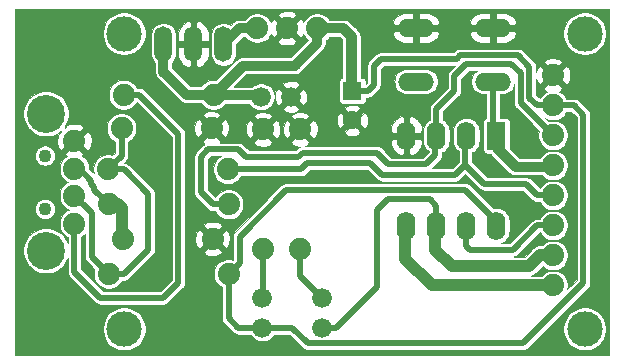
<source format=gbl>
G04 #@! TF.GenerationSoftware,KiCad,Pcbnew,5.1.10-88a1d61d58~90~ubuntu21.04.1*
G04 #@! TF.CreationDate,2021-07-14T16:23:23-03:00*
G04 #@! TF.ProjectId,Franzininho,4672616e-7a69-46e6-996e-686f2e6b6963,rev?*
G04 #@! TF.SameCoordinates,Original*
G04 #@! TF.FileFunction,Copper,L2,Bot*
G04 #@! TF.FilePolarity,Positive*
%FSLAX46Y46*%
G04 Gerber Fmt 4.6, Leading zero omitted, Abs format (unit mm)*
G04 Created by KiCad (PCBNEW 5.1.10-88a1d61d58~90~ubuntu21.04.1) date 2021-07-14 16:23:23*
%MOMM*%
%LPD*%
G01*
G04 APERTURE LIST*
G04 #@! TA.AperFunction,ComponentPad*
%ADD10C,1.676400*%
G04 #@! TD*
G04 #@! TA.AperFunction,ComponentPad*
%ADD11C,3.000000*%
G04 #@! TD*
G04 #@! TA.AperFunction,ComponentPad*
%ADD12C,1.100000*%
G04 #@! TD*
G04 #@! TA.AperFunction,ComponentPad*
%ADD13C,3.216000*%
G04 #@! TD*
G04 #@! TA.AperFunction,ComponentPad*
%ADD14C,1.879600*%
G04 #@! TD*
G04 #@! TA.AperFunction,ComponentPad*
%ADD15O,3.048000X1.524000*%
G04 #@! TD*
G04 #@! TA.AperFunction,ComponentPad*
%ADD16O,1.520000X3.000000*%
G04 #@! TD*
G04 #@! TA.AperFunction,ComponentPad*
%ADD17O,1.600000X2.400000*%
G04 #@! TD*
G04 #@! TA.AperFunction,ComponentPad*
%ADD18R,1.600000X2.400000*%
G04 #@! TD*
G04 #@! TA.AperFunction,ComponentPad*
%ADD19C,1.600000*%
G04 #@! TD*
G04 #@! TA.AperFunction,ComponentPad*
%ADD20R,1.600000X1.600000*%
G04 #@! TD*
G04 #@! TA.AperFunction,Conductor*
%ADD21C,0.406400*%
G04 #@! TD*
G04 #@! TA.AperFunction,Conductor*
%ADD22C,0.812800*%
G04 #@! TD*
G04 #@! TA.AperFunction,Conductor*
%ADD23C,0.508000*%
G04 #@! TD*
G04 #@! TA.AperFunction,Conductor*
%ADD24C,1.016000*%
G04 #@! TD*
G04 #@! TA.AperFunction,Conductor*
%ADD25C,0.609600*%
G04 #@! TD*
G04 #@! TA.AperFunction,Conductor*
%ADD26C,0.025400*%
G04 #@! TD*
G04 #@! TA.AperFunction,Conductor*
%ADD27C,0.100000*%
G04 #@! TD*
G04 APERTURE END LIST*
D10*
X144272000Y-114808000D03*
X144272000Y-117348000D03*
D11*
X132562350Y-92436100D03*
X171562350Y-92436100D03*
X171562350Y-117436100D03*
X132562350Y-117436100D03*
D12*
X125852350Y-107268600D03*
X125852350Y-102768600D03*
D13*
X125952350Y-99218600D03*
X125952350Y-110818600D03*
D14*
X128352350Y-108518600D03*
X128352350Y-106145600D03*
X128352350Y-103891600D03*
X128352350Y-101518600D03*
X132435850Y-109814100D03*
X140055850Y-109814100D03*
X132336850Y-100452100D03*
X139956850Y-100452100D03*
D10*
X146685000Y-97790000D03*
X144145000Y-97790000D03*
D14*
X141342350Y-103928100D03*
X131182350Y-103928100D03*
X141404850Y-106893100D03*
X131244850Y-106893100D03*
X131244850Y-112776000D03*
X141404850Y-112776000D03*
D10*
X149352000Y-114808000D03*
X149352000Y-117348000D03*
D14*
X147485850Y-110703100D03*
X147485850Y-100543100D03*
X140126450Y-97610500D03*
X132506450Y-97610500D03*
X144320850Y-110703100D03*
X144320850Y-100543100D03*
X168879850Y-95981100D03*
X168879850Y-98521100D03*
X168879850Y-101061100D03*
X168879850Y-103601100D03*
X168879850Y-106141100D03*
X168879850Y-108681100D03*
X168879850Y-111221100D03*
X168879850Y-113761100D03*
X143812350Y-91976100D03*
X146352350Y-91976100D03*
X148892350Y-91976100D03*
D15*
X163779200Y-96494600D03*
X157276800Y-96494600D03*
X163779200Y-91973400D03*
X157276800Y-91973400D03*
D16*
X135890000Y-93345000D03*
X140970000Y-93345000D03*
X138430000Y-93345000D03*
D17*
X164084000Y-108712000D03*
X156464000Y-101092000D03*
X161544000Y-108712000D03*
X159004000Y-101092000D03*
X159004000Y-108712000D03*
X161544000Y-101092000D03*
X156464000Y-108712000D03*
D18*
X164084000Y-101092000D03*
D19*
X151892000Y-99782000D03*
D20*
X151892000Y-97282000D03*
D21*
X140126450Y-97610500D02*
X140082950Y-97610500D01*
X140082950Y-97610500D02*
X140002350Y-97691100D01*
X169233600Y-98643600D02*
X168879850Y-98521100D01*
D22*
X163814850Y-108646000D02*
X163993950Y-108825100D01*
X168757350Y-98643600D02*
X168879850Y-98521100D01*
X148892350Y-91976100D02*
X151114850Y-91976100D01*
X151114850Y-91976100D02*
X151749850Y-92611100D01*
X148892350Y-91976100D02*
X148892350Y-93246100D01*
X148892350Y-93246100D02*
X146987350Y-95151100D01*
X146987350Y-95151100D02*
X142585850Y-95151100D01*
X142585850Y-95151100D02*
X140126450Y-97610500D01*
X144101250Y-97663000D02*
X140253350Y-97663000D01*
X140253350Y-97483600D02*
X140126450Y-97610500D01*
X138797373Y-97610500D02*
X140126450Y-97610500D01*
X137842700Y-97610500D02*
X138797373Y-97610500D01*
X135890000Y-95657800D02*
X137842700Y-97610500D01*
X135890000Y-93345000D02*
X135890000Y-95657800D01*
D23*
X142344649Y-111836201D02*
X141404850Y-112776000D01*
X142344649Y-109623351D02*
X142344649Y-111836201D01*
X146304000Y-105664000D02*
X142344649Y-109623351D01*
X161436000Y-105664000D02*
X146304000Y-105664000D01*
X164084000Y-108312000D02*
X161436000Y-105664000D01*
X164084000Y-108712000D02*
X164084000Y-108312000D01*
X160996733Y-94287989D02*
X160714143Y-94570579D01*
X165901267Y-94287989D02*
X160996733Y-94287989D01*
X160714143Y-94570579D02*
X154330621Y-94570579D01*
X167550773Y-98521100D02*
X166878000Y-97848327D01*
X168879850Y-98521100D02*
X167550773Y-98521100D01*
X166878000Y-95264722D02*
X165901267Y-94287989D01*
X166878000Y-97848327D02*
X166878000Y-95264722D01*
X142240000Y-117348000D02*
X144272000Y-117348000D01*
X141404850Y-112776000D02*
X141404850Y-116512850D01*
X141404850Y-116512850D02*
X142240000Y-117348000D01*
D24*
X169002350Y-98643600D02*
X168879850Y-98521100D01*
D23*
X144272000Y-117348000D02*
X146812000Y-117348000D01*
X166360749Y-118640201D02*
X171434850Y-113566100D01*
X148104201Y-118640201D02*
X166360749Y-118640201D01*
X146812000Y-117348000D02*
X148104201Y-118640201D01*
X168879850Y-98521100D02*
X170657100Y-98521100D01*
X171434850Y-99298850D02*
X171434850Y-113566100D01*
X170657100Y-98521100D02*
X171434850Y-99298850D01*
D22*
X151749850Y-92611100D02*
X151749850Y-97151350D01*
X151892000Y-92753250D02*
X151749850Y-92611100D01*
X151892000Y-97282000D02*
X151892000Y-92753250D01*
D23*
X151892000Y-97282000D02*
X153200000Y-97282000D01*
X153700600Y-96781400D02*
X153700600Y-95200600D01*
X153200000Y-97282000D02*
X153700600Y-96781400D01*
X154330621Y-94570579D02*
X153700600Y-95200600D01*
X137160000Y-100934973D02*
X133835527Y-97610500D01*
X137160000Y-113538000D02*
X137160000Y-100934973D01*
X133835527Y-97610500D02*
X132506450Y-97610500D01*
X128352350Y-108518600D02*
X128352350Y-112604350D01*
X128352350Y-112604350D02*
X130556000Y-114808000D01*
X135890000Y-114808000D02*
X137160000Y-113538000D01*
X130556000Y-114808000D02*
X135890000Y-114808000D01*
X129292149Y-107085399D02*
X128352350Y-106145600D01*
X129851049Y-107644299D02*
X129292149Y-107085399D01*
X129851049Y-111382199D02*
X129851049Y-107644299D01*
X131244850Y-112776000D02*
X129851049Y-111382199D01*
X132573927Y-112776000D02*
X134620000Y-110729927D01*
X131244850Y-112776000D02*
X132573927Y-112776000D01*
X134620000Y-106036673D02*
X134620000Y-110729927D01*
X132511427Y-103928100D02*
X134620000Y-106036673D01*
X131182350Y-103928100D02*
X132511427Y-103928100D01*
X132336850Y-102773600D02*
X131182350Y-103928100D01*
X132336850Y-100452100D02*
X132336850Y-102773600D01*
D25*
X131244850Y-106893100D02*
X131244850Y-107031100D01*
D24*
X132382350Y-107216100D02*
X132382350Y-109760600D01*
D25*
X132382350Y-109760600D02*
X132435850Y-109814100D01*
D24*
X132382350Y-107216100D02*
X132064850Y-106898600D01*
X132064850Y-106898600D02*
X131250350Y-106898600D01*
X131250350Y-106898600D02*
X131244850Y-106893100D01*
D23*
X128783600Y-103891600D02*
X128352350Y-103891600D01*
X129794000Y-104902000D02*
X128783600Y-103891600D01*
X129794000Y-105156000D02*
X129794000Y-104902000D01*
X130048000Y-105410000D02*
X129794000Y-105156000D01*
X131244850Y-106893100D02*
X130048000Y-105696250D01*
X130048000Y-105696250D02*
X130048000Y-105410000D01*
X161544000Y-109112000D02*
X161544000Y-108712000D01*
X167550773Y-108681100D02*
X168879850Y-108681100D01*
X165487873Y-110744000D02*
X167550773Y-108681100D01*
X161868000Y-110744000D02*
X165487873Y-110744000D01*
X161544000Y-110420000D02*
X161868000Y-110744000D01*
X161544000Y-108712000D02*
X161544000Y-110420000D01*
D21*
X158893600Y-108804750D02*
X158913950Y-108825100D01*
D24*
X158913950Y-108825100D02*
X158913950Y-110728950D01*
X158913950Y-110728950D02*
X160322350Y-112137350D01*
X160322350Y-112137350D02*
X166831100Y-112137350D01*
X166831100Y-112137350D02*
X167783600Y-111184850D01*
X167783600Y-111184850D02*
X168843600Y-111184850D01*
X168843600Y-111184850D02*
X168879850Y-111221100D01*
D23*
X150537393Y-117348000D02*
X149352000Y-117348000D01*
X159004000Y-107004000D02*
X158426000Y-106426000D01*
X159004000Y-108712000D02*
X159004000Y-107004000D01*
X154940000Y-106426000D02*
X153972350Y-107393650D01*
X153972350Y-107393650D02*
X153972350Y-113913043D01*
X158426000Y-106426000D02*
X154940000Y-106426000D01*
X153972350Y-113913043D02*
X150537393Y-117348000D01*
D24*
X156373950Y-108825100D02*
X156373950Y-111522700D01*
X168879850Y-113761100D02*
X158612350Y-113761100D01*
X158612350Y-113761100D02*
X156373950Y-111522700D01*
D21*
X159052350Y-101343500D02*
X158913950Y-101205100D01*
D25*
X141399350Y-106898600D02*
X141404850Y-106893100D01*
D22*
X168757350Y-101183600D02*
X168879850Y-101061100D01*
X168684850Y-100866100D02*
X168879850Y-101061100D01*
D23*
X158913950Y-102706050D02*
X158913950Y-101205100D01*
X158115000Y-103505000D02*
X158913950Y-102706050D01*
X154940000Y-103505000D02*
X158115000Y-103505000D01*
X153957701Y-102522701D02*
X154940000Y-103505000D01*
X142875000Y-102870000D02*
X147320000Y-102870000D01*
X140075773Y-106893100D02*
X139065000Y-105882327D01*
X147667299Y-102522701D02*
X153957701Y-102522701D01*
X139065000Y-105882327D02*
X139065000Y-102870000D01*
X139700000Y-102235000D02*
X142240000Y-102235000D01*
X147320000Y-102870000D02*
X147667299Y-102522701D01*
X141404850Y-106893100D02*
X140075773Y-106893100D01*
X139065000Y-102870000D02*
X139700000Y-102235000D01*
X142240000Y-102235000D02*
X142875000Y-102870000D01*
X168879850Y-101061100D02*
X166169989Y-98351239D01*
X160510103Y-97282000D02*
X159004000Y-98788103D01*
X159004000Y-98788103D02*
X159004000Y-99384000D01*
X159004000Y-99384000D02*
X159004000Y-101092000D01*
X161544000Y-94996000D02*
X160510103Y-96029897D01*
X165354000Y-94996000D02*
X161544000Y-94996000D01*
X166169989Y-95811989D02*
X165354000Y-94996000D01*
X166169989Y-98351239D02*
X166169989Y-95811989D01*
X160510103Y-96029897D02*
X160510103Y-97282000D01*
D22*
X161592350Y-101343500D02*
X161453950Y-101205100D01*
D23*
X141342350Y-103928100D02*
X147531900Y-103928100D01*
X147531900Y-103928100D02*
X148082000Y-103378000D01*
X148082000Y-103378000D02*
X153416000Y-103378000D01*
X153416000Y-103378000D02*
X154432000Y-104394000D01*
X154432000Y-104394000D02*
X160604450Y-104394000D01*
X161453950Y-101205100D02*
X161453950Y-103544500D01*
X161453950Y-103544500D02*
X160604450Y-104394000D01*
X167550773Y-106141100D02*
X166565673Y-105156000D01*
X168879850Y-106141100D02*
X167550773Y-106141100D01*
X163065450Y-105156000D02*
X161453950Y-103544500D01*
X166565673Y-105156000D02*
X163065450Y-105156000D01*
D22*
X164132350Y-101343500D02*
X164132350Y-102136100D01*
X164132350Y-102136100D02*
X165719850Y-103723600D01*
X165719850Y-103723600D02*
X168757350Y-103723600D01*
D25*
X168757350Y-103723600D02*
X168879850Y-103601100D01*
X163993950Y-101205100D02*
X164132350Y-101343500D01*
D22*
X164132350Y-101066700D02*
X163993950Y-101205100D01*
D23*
X163779200Y-100787200D02*
X164084000Y-101092000D01*
X163779200Y-96494600D02*
X163779200Y-100787200D01*
X147485850Y-112941850D02*
X149352000Y-114808000D01*
X147485850Y-110703100D02*
X147485850Y-112941850D01*
D22*
X144320850Y-110703100D02*
X144441850Y-110703100D01*
D23*
X144320850Y-114759150D02*
X144272000Y-114808000D01*
X144320850Y-110703100D02*
X144320850Y-114759150D01*
D22*
X142338900Y-91976100D02*
X140970000Y-93345000D01*
X143812350Y-91976100D02*
X142338900Y-91976100D01*
D26*
X173642350Y-119626100D02*
X123359850Y-119626100D01*
X123359850Y-117257092D01*
X130744850Y-117257092D01*
X130744850Y-117615108D01*
X130814696Y-117966245D01*
X130951702Y-118297009D01*
X131150606Y-118594689D01*
X131403761Y-118847844D01*
X131701441Y-119046748D01*
X132032205Y-119183754D01*
X132383342Y-119253600D01*
X132741358Y-119253600D01*
X133092495Y-119183754D01*
X133423259Y-119046748D01*
X133720939Y-118847844D01*
X133974094Y-118594689D01*
X134172998Y-118297009D01*
X134310004Y-117966245D01*
X134379850Y-117615108D01*
X134379850Y-117257092D01*
X134310004Y-116905955D01*
X134172998Y-116575191D01*
X133974094Y-116277511D01*
X133720939Y-116024356D01*
X133423259Y-115825452D01*
X133092495Y-115688446D01*
X132741358Y-115618600D01*
X132383342Y-115618600D01*
X132032205Y-115688446D01*
X131701441Y-115825452D01*
X131403761Y-116024356D01*
X131150606Y-116277511D01*
X130951702Y-116575191D01*
X130814696Y-116905955D01*
X130744850Y-117257092D01*
X123359850Y-117257092D01*
X123359850Y-110628955D01*
X124026850Y-110628955D01*
X124026850Y-111008245D01*
X124100846Y-111380248D01*
X124245994Y-111730666D01*
X124456716Y-112046035D01*
X124724915Y-112314234D01*
X125040284Y-112524956D01*
X125390702Y-112670104D01*
X125762705Y-112744100D01*
X126141995Y-112744100D01*
X126513998Y-112670104D01*
X126864416Y-112524956D01*
X127179785Y-112314234D01*
X127447984Y-112046035D01*
X127658706Y-111730666D01*
X127780851Y-111435783D01*
X127780851Y-112576266D01*
X127778085Y-112604350D01*
X127789119Y-112716383D01*
X127821798Y-112824111D01*
X127864341Y-112903703D01*
X127874867Y-112923395D01*
X127946284Y-113010417D01*
X127968094Y-113028316D01*
X130132039Y-115192263D01*
X130149933Y-115214067D01*
X130171737Y-115231961D01*
X130171739Y-115231963D01*
X130236955Y-115285484D01*
X130336238Y-115338552D01*
X130443966Y-115371231D01*
X130556000Y-115382265D01*
X130584074Y-115379500D01*
X135861926Y-115379500D01*
X135890000Y-115382265D01*
X135918074Y-115379500D01*
X136002034Y-115371231D01*
X136109762Y-115338552D01*
X136209045Y-115285484D01*
X136296067Y-115214067D01*
X136313970Y-115192252D01*
X137544258Y-113961965D01*
X137566067Y-113944067D01*
X137637484Y-113857045D01*
X137690552Y-113757762D01*
X137723231Y-113650034D01*
X137731500Y-113566074D01*
X137731500Y-113566073D01*
X137734265Y-113538001D01*
X137731500Y-113509929D01*
X137731500Y-110914884D01*
X139296315Y-110914884D01*
X139400192Y-111127061D01*
X139668936Y-111229745D01*
X139952549Y-111278027D01*
X140240132Y-111270051D01*
X140520633Y-111206124D01*
X140711508Y-111127061D01*
X140815385Y-110914884D01*
X140055850Y-110155350D01*
X139296315Y-110914884D01*
X137731500Y-110914884D01*
X137731500Y-109710799D01*
X138591923Y-109710799D01*
X138599899Y-109998382D01*
X138663826Y-110278883D01*
X138742889Y-110469758D01*
X138955066Y-110573635D01*
X139714600Y-109814100D01*
X140397100Y-109814100D01*
X141156634Y-110573635D01*
X141368811Y-110469758D01*
X141471495Y-110201014D01*
X141519777Y-109917401D01*
X141511801Y-109629818D01*
X141447874Y-109349317D01*
X141368811Y-109158442D01*
X141156634Y-109054565D01*
X140397100Y-109814100D01*
X139714600Y-109814100D01*
X138955066Y-109054565D01*
X138742889Y-109158442D01*
X138640205Y-109427186D01*
X138591923Y-109710799D01*
X137731500Y-109710799D01*
X137731500Y-108713316D01*
X139296315Y-108713316D01*
X140055850Y-109472850D01*
X140815385Y-108713316D01*
X140711508Y-108501139D01*
X140442764Y-108398455D01*
X140159151Y-108350173D01*
X139871568Y-108358149D01*
X139591067Y-108422076D01*
X139400192Y-108501139D01*
X139296315Y-108713316D01*
X137731500Y-108713316D01*
X137731500Y-100963047D01*
X137734265Y-100934973D01*
X137723231Y-100822939D01*
X137690552Y-100715211D01*
X137637484Y-100615928D01*
X137566067Y-100528906D01*
X137544257Y-100511007D01*
X137382049Y-100348799D01*
X138492923Y-100348799D01*
X138500899Y-100636382D01*
X138564826Y-100916883D01*
X138643889Y-101107758D01*
X138856066Y-101211635D01*
X139615600Y-100452100D01*
X140298100Y-100452100D01*
X141057634Y-101211635D01*
X141269811Y-101107758D01*
X141372495Y-100839014D01*
X141420777Y-100555401D01*
X141417571Y-100439799D01*
X142856923Y-100439799D01*
X142864899Y-100727382D01*
X142928826Y-101007883D01*
X143007889Y-101198758D01*
X143220066Y-101302635D01*
X143979600Y-100543100D01*
X144662100Y-100543100D01*
X145421634Y-101302635D01*
X145633811Y-101198758D01*
X145736495Y-100930014D01*
X145784777Y-100646401D01*
X145779047Y-100439799D01*
X146021923Y-100439799D01*
X146029899Y-100727382D01*
X146093826Y-101007883D01*
X146172889Y-101198758D01*
X146385066Y-101302635D01*
X147144600Y-100543100D01*
X147827100Y-100543100D01*
X148586634Y-101302635D01*
X148798811Y-101198758D01*
X148901495Y-100930014D01*
X148926761Y-100781594D01*
X151233656Y-100781594D01*
X151320175Y-100979574D01*
X151564797Y-101068120D01*
X151821994Y-101107243D01*
X152081880Y-101095436D01*
X152334471Y-101033155D01*
X152463825Y-100979574D01*
X152550344Y-100781594D01*
X152408639Y-100639889D01*
X155120499Y-100639889D01*
X155259063Y-100850700D01*
X156222700Y-100850700D01*
X156222700Y-99526185D01*
X156705300Y-99526185D01*
X156705300Y-100850700D01*
X157668937Y-100850700D01*
X157807501Y-100639889D01*
X157771520Y-100378786D01*
X157685291Y-100129720D01*
X157552129Y-99902262D01*
X157377151Y-99705153D01*
X157167081Y-99545968D01*
X156905454Y-99447265D01*
X156705300Y-99526185D01*
X156222700Y-99526185D01*
X156022546Y-99447265D01*
X155760919Y-99545968D01*
X155550849Y-99705153D01*
X155375871Y-99902262D01*
X155242709Y-100129720D01*
X155156480Y-100378786D01*
X155120499Y-100639889D01*
X152408639Y-100639889D01*
X151892000Y-100123250D01*
X151233656Y-100781594D01*
X148926761Y-100781594D01*
X148949777Y-100646401D01*
X148941801Y-100358818D01*
X148877874Y-100078317D01*
X148798811Y-99887442D01*
X148586634Y-99783565D01*
X147827100Y-100543100D01*
X147144600Y-100543100D01*
X146385066Y-99783565D01*
X146172889Y-99887442D01*
X146070205Y-100156186D01*
X146021923Y-100439799D01*
X145779047Y-100439799D01*
X145776801Y-100358818D01*
X145712874Y-100078317D01*
X145633811Y-99887442D01*
X145421634Y-99783565D01*
X144662100Y-100543100D01*
X143979600Y-100543100D01*
X143220066Y-99783565D01*
X143007889Y-99887442D01*
X142905205Y-100156186D01*
X142856923Y-100439799D01*
X141417571Y-100439799D01*
X141412801Y-100267818D01*
X141348874Y-99987317D01*
X141269811Y-99796442D01*
X141057634Y-99692565D01*
X140298100Y-100452100D01*
X139615600Y-100452100D01*
X138856066Y-99692565D01*
X138643889Y-99796442D01*
X138541205Y-100065186D01*
X138492923Y-100348799D01*
X137382049Y-100348799D01*
X136384566Y-99351316D01*
X139197315Y-99351316D01*
X139956850Y-100110850D01*
X140625384Y-99442316D01*
X143561315Y-99442316D01*
X144320850Y-100201850D01*
X145080385Y-99442316D01*
X146726315Y-99442316D01*
X147485850Y-100201850D01*
X147975706Y-99711994D01*
X150566757Y-99711994D01*
X150578564Y-99971880D01*
X150640845Y-100224471D01*
X150694426Y-100353825D01*
X150892406Y-100440344D01*
X151550750Y-99782000D01*
X152233250Y-99782000D01*
X152891594Y-100440344D01*
X153089574Y-100353825D01*
X153178120Y-100109203D01*
X153217243Y-99852006D01*
X153205436Y-99592120D01*
X153143155Y-99339529D01*
X153089574Y-99210175D01*
X152891594Y-99123656D01*
X152233250Y-99782000D01*
X151550750Y-99782000D01*
X150892406Y-99123656D01*
X150694426Y-99210175D01*
X150605880Y-99454797D01*
X150566757Y-99711994D01*
X147975706Y-99711994D01*
X148245385Y-99442316D01*
X148141508Y-99230139D01*
X147872764Y-99127455D01*
X147589151Y-99079173D01*
X147301568Y-99087149D01*
X147021067Y-99151076D01*
X146830192Y-99230139D01*
X146726315Y-99442316D01*
X145080385Y-99442316D01*
X144976508Y-99230139D01*
X144707764Y-99127455D01*
X144424151Y-99079173D01*
X144136568Y-99087149D01*
X143856067Y-99151076D01*
X143665192Y-99230139D01*
X143561315Y-99442316D01*
X140625384Y-99442316D01*
X140716385Y-99351316D01*
X140612508Y-99139139D01*
X140343764Y-99036455D01*
X140060151Y-98988173D01*
X139772568Y-98996149D01*
X139492067Y-99060076D01*
X139301192Y-99139139D01*
X139197315Y-99351316D01*
X136384566Y-99351316D01*
X134259497Y-97226248D01*
X134241594Y-97204433D01*
X134154572Y-97133016D01*
X134055289Y-97079948D01*
X133947561Y-97047269D01*
X133863601Y-97039000D01*
X133835527Y-97036235D01*
X133807453Y-97039000D01*
X133630619Y-97039000D01*
X133620655Y-97014945D01*
X133483059Y-96809018D01*
X133307932Y-96633891D01*
X133102005Y-96496295D01*
X132873191Y-96401517D01*
X132630283Y-96353200D01*
X132382617Y-96353200D01*
X132139709Y-96401517D01*
X131910895Y-96496295D01*
X131704968Y-96633891D01*
X131529841Y-96809018D01*
X131392245Y-97014945D01*
X131297467Y-97243759D01*
X131249150Y-97486667D01*
X131249150Y-97734333D01*
X131297467Y-97977241D01*
X131392245Y-98206055D01*
X131529841Y-98411982D01*
X131704968Y-98587109D01*
X131910895Y-98724705D01*
X132139709Y-98819483D01*
X132382617Y-98867800D01*
X132630283Y-98867800D01*
X132873191Y-98819483D01*
X133102005Y-98724705D01*
X133307932Y-98587109D01*
X133483059Y-98411982D01*
X133620655Y-98206055D01*
X133621301Y-98204496D01*
X136588501Y-101171697D01*
X136588500Y-113301277D01*
X135653278Y-114236500D01*
X130792724Y-114236500D01*
X128923850Y-112367628D01*
X128923850Y-109642769D01*
X128947905Y-109632805D01*
X129153832Y-109495209D01*
X129279550Y-109369491D01*
X129279549Y-111354125D01*
X129276784Y-111382199D01*
X129279549Y-111410272D01*
X129287818Y-111494232D01*
X129320497Y-111601960D01*
X129373565Y-111701243D01*
X129444982Y-111788266D01*
X129466797Y-111806169D01*
X130045831Y-112385204D01*
X130035867Y-112409259D01*
X129987550Y-112652167D01*
X129987550Y-112899833D01*
X130035867Y-113142741D01*
X130130645Y-113371555D01*
X130268241Y-113577482D01*
X130443368Y-113752609D01*
X130649295Y-113890205D01*
X130878109Y-113984983D01*
X131121017Y-114033300D01*
X131368683Y-114033300D01*
X131611591Y-113984983D01*
X131840405Y-113890205D01*
X132046332Y-113752609D01*
X132221459Y-113577482D01*
X132359055Y-113371555D01*
X132369019Y-113347500D01*
X132545853Y-113347500D01*
X132573927Y-113350265D01*
X132602001Y-113347500D01*
X132685961Y-113339231D01*
X132793689Y-113306552D01*
X132892972Y-113253484D01*
X132979994Y-113182067D01*
X132997897Y-113160252D01*
X135004257Y-111153893D01*
X135026067Y-111135994D01*
X135097484Y-111048972D01*
X135150552Y-110949689D01*
X135183231Y-110841961D01*
X135191500Y-110758001D01*
X135191500Y-110758000D01*
X135194265Y-110729928D01*
X135191500Y-110701856D01*
X135191500Y-106064747D01*
X135194265Y-106036673D01*
X135183231Y-105924640D01*
X135182230Y-105921338D01*
X135150552Y-105816911D01*
X135097484Y-105717628D01*
X135026067Y-105630606D01*
X135004258Y-105612708D01*
X132935397Y-103543848D01*
X132917494Y-103522033D01*
X132830472Y-103450616D01*
X132731189Y-103397548D01*
X132623461Y-103364869D01*
X132560049Y-103358624D01*
X132721107Y-103197566D01*
X132742917Y-103179667D01*
X132814334Y-103092645D01*
X132867402Y-102993362D01*
X132900081Y-102885634D01*
X132908350Y-102801674D01*
X132911115Y-102773600D01*
X132908350Y-102745526D01*
X132908350Y-101576269D01*
X132932405Y-101566305D01*
X133138332Y-101428709D01*
X133313459Y-101253582D01*
X133451055Y-101047655D01*
X133545833Y-100818841D01*
X133594150Y-100575933D01*
X133594150Y-100328267D01*
X133545833Y-100085359D01*
X133451055Y-99856545D01*
X133313459Y-99650618D01*
X133138332Y-99475491D01*
X132932405Y-99337895D01*
X132703591Y-99243117D01*
X132460683Y-99194800D01*
X132213017Y-99194800D01*
X131970109Y-99243117D01*
X131741295Y-99337895D01*
X131535368Y-99475491D01*
X131360241Y-99650618D01*
X131222645Y-99856545D01*
X131127867Y-100085359D01*
X131079550Y-100328267D01*
X131079550Y-100575933D01*
X131127867Y-100818841D01*
X131222645Y-101047655D01*
X131360241Y-101253582D01*
X131535368Y-101428709D01*
X131741295Y-101566305D01*
X131765350Y-101576269D01*
X131765351Y-102536876D01*
X131573146Y-102729081D01*
X131549091Y-102719117D01*
X131306183Y-102670800D01*
X131058517Y-102670800D01*
X130815609Y-102719117D01*
X130586795Y-102813895D01*
X130380868Y-102951491D01*
X130205741Y-103126618D01*
X130068145Y-103332545D01*
X129973367Y-103561359D01*
X129925050Y-103804267D01*
X129925050Y-104051933D01*
X129967980Y-104267757D01*
X129609650Y-103909428D01*
X129609650Y-103767767D01*
X129561333Y-103524859D01*
X129466555Y-103296045D01*
X129328959Y-103090118D01*
X129153832Y-102914991D01*
X129013175Y-102821007D01*
X129111885Y-102619384D01*
X128352350Y-101859850D01*
X127592815Y-102619384D01*
X127691525Y-102821007D01*
X127550868Y-102914991D01*
X127375741Y-103090118D01*
X127238145Y-103296045D01*
X127143367Y-103524859D01*
X127095050Y-103767767D01*
X127095050Y-104015433D01*
X127143367Y-104258341D01*
X127238145Y-104487155D01*
X127375741Y-104693082D01*
X127550868Y-104868209D01*
X127756795Y-105005805D01*
X127787685Y-105018600D01*
X127756795Y-105031395D01*
X127550868Y-105168991D01*
X127375741Y-105344118D01*
X127238145Y-105550045D01*
X127143367Y-105778859D01*
X127095050Y-106021767D01*
X127095050Y-106269433D01*
X127143367Y-106512341D01*
X127238145Y-106741155D01*
X127375741Y-106947082D01*
X127550868Y-107122209D01*
X127756795Y-107259805D01*
X127931330Y-107332100D01*
X127756795Y-107404395D01*
X127550868Y-107541991D01*
X127375741Y-107717118D01*
X127238145Y-107923045D01*
X127143367Y-108151859D01*
X127095050Y-108394767D01*
X127095050Y-108642433D01*
X127143367Y-108885341D01*
X127238145Y-109114155D01*
X127375741Y-109320082D01*
X127550868Y-109495209D01*
X127756795Y-109632805D01*
X127780850Y-109642769D01*
X127780850Y-110201416D01*
X127658706Y-109906534D01*
X127447984Y-109591165D01*
X127179785Y-109322966D01*
X126864416Y-109112244D01*
X126513998Y-108967096D01*
X126141995Y-108893100D01*
X125762705Y-108893100D01*
X125390702Y-108967096D01*
X125040284Y-109112244D01*
X124724915Y-109322966D01*
X124456716Y-109591165D01*
X124245994Y-109906534D01*
X124100846Y-110256952D01*
X124026850Y-110628955D01*
X123359850Y-110628955D01*
X123359850Y-107183159D01*
X124984850Y-107183159D01*
X124984850Y-107354041D01*
X125018188Y-107521640D01*
X125083582Y-107679515D01*
X125178519Y-107821599D01*
X125299351Y-107942431D01*
X125441435Y-108037368D01*
X125599310Y-108102762D01*
X125766909Y-108136100D01*
X125937791Y-108136100D01*
X126105390Y-108102762D01*
X126263265Y-108037368D01*
X126405349Y-107942431D01*
X126526181Y-107821599D01*
X126621118Y-107679515D01*
X126686512Y-107521640D01*
X126719850Y-107354041D01*
X126719850Y-107183159D01*
X126686512Y-107015560D01*
X126621118Y-106857685D01*
X126526181Y-106715601D01*
X126405349Y-106594769D01*
X126263265Y-106499832D01*
X126105390Y-106434438D01*
X125937791Y-106401100D01*
X125766909Y-106401100D01*
X125599310Y-106434438D01*
X125441435Y-106499832D01*
X125299351Y-106594769D01*
X125178519Y-106715601D01*
X125083582Y-106857685D01*
X125018188Y-107015560D01*
X124984850Y-107183159D01*
X123359850Y-107183159D01*
X123359850Y-102683159D01*
X124984850Y-102683159D01*
X124984850Y-102854041D01*
X125018188Y-103021640D01*
X125083582Y-103179515D01*
X125178519Y-103321599D01*
X125299351Y-103442431D01*
X125441435Y-103537368D01*
X125599310Y-103602762D01*
X125766909Y-103636100D01*
X125937791Y-103636100D01*
X126105390Y-103602762D01*
X126263265Y-103537368D01*
X126405349Y-103442431D01*
X126526181Y-103321599D01*
X126621118Y-103179515D01*
X126686512Y-103021640D01*
X126719850Y-102854041D01*
X126719850Y-102683159D01*
X126686512Y-102515560D01*
X126621118Y-102357685D01*
X126526181Y-102215601D01*
X126405349Y-102094769D01*
X126263265Y-101999832D01*
X126105390Y-101934438D01*
X125937791Y-101901100D01*
X125766909Y-101901100D01*
X125599310Y-101934438D01*
X125441435Y-101999832D01*
X125299351Y-102094769D01*
X125178519Y-102215601D01*
X125083582Y-102357685D01*
X125018188Y-102515560D01*
X124984850Y-102683159D01*
X123359850Y-102683159D01*
X123359850Y-99028955D01*
X124026850Y-99028955D01*
X124026850Y-99408245D01*
X124100846Y-99780248D01*
X124245994Y-100130666D01*
X124456716Y-100446035D01*
X124724915Y-100714234D01*
X125040284Y-100924956D01*
X125390702Y-101070104D01*
X125762705Y-101144100D01*
X126141995Y-101144100D01*
X126513998Y-101070104D01*
X126864416Y-100924956D01*
X127179785Y-100714234D01*
X127193258Y-100700761D01*
X127251563Y-100759066D01*
X127039389Y-100862942D01*
X126936705Y-101131686D01*
X126888423Y-101415299D01*
X126896399Y-101702882D01*
X126960326Y-101983383D01*
X127039389Y-102174258D01*
X127251566Y-102278135D01*
X128011100Y-101518600D01*
X128693600Y-101518600D01*
X129453134Y-102278135D01*
X129665311Y-102174258D01*
X129767995Y-101905514D01*
X129816277Y-101621901D01*
X129808301Y-101334318D01*
X129744374Y-101053817D01*
X129665311Y-100862942D01*
X129453134Y-100759065D01*
X128693600Y-101518600D01*
X128011100Y-101518600D01*
X127996958Y-101504458D01*
X128338208Y-101163208D01*
X128352350Y-101177350D01*
X129111885Y-100417816D01*
X129008008Y-100205639D01*
X128739264Y-100102955D01*
X128455651Y-100054673D01*
X128168068Y-100062649D01*
X127887567Y-100126576D01*
X127696692Y-100205639D01*
X127592816Y-100417813D01*
X127517300Y-100342297D01*
X127658706Y-100130666D01*
X127803854Y-99780248D01*
X127877850Y-99408245D01*
X127877850Y-99028955D01*
X127803854Y-98656952D01*
X127658706Y-98306534D01*
X127447984Y-97991165D01*
X127179785Y-97722966D01*
X126864416Y-97512244D01*
X126513998Y-97367096D01*
X126141995Y-97293100D01*
X125762705Y-97293100D01*
X125390702Y-97367096D01*
X125040284Y-97512244D01*
X124724915Y-97722966D01*
X124456716Y-97991165D01*
X124245994Y-98306534D01*
X124100846Y-98656952D01*
X124026850Y-99028955D01*
X123359850Y-99028955D01*
X123359850Y-92257092D01*
X130744850Y-92257092D01*
X130744850Y-92615108D01*
X130814696Y-92966245D01*
X130951702Y-93297009D01*
X131150606Y-93594689D01*
X131403761Y-93847844D01*
X131701441Y-94046748D01*
X132032205Y-94183754D01*
X132383342Y-94253600D01*
X132741358Y-94253600D01*
X133092495Y-94183754D01*
X133423259Y-94046748D01*
X133720939Y-93847844D01*
X133974094Y-93594689D01*
X134172998Y-93297009D01*
X134310004Y-92966245D01*
X134379850Y-92615108D01*
X134379850Y-92552072D01*
X134812500Y-92552072D01*
X134812500Y-94137929D01*
X134828091Y-94296227D01*
X134889705Y-94499336D01*
X134989758Y-94686523D01*
X135124407Y-94850594D01*
X135166101Y-94884811D01*
X135166101Y-95622234D01*
X135162598Y-95657800D01*
X135176575Y-95799709D01*
X135217968Y-95936164D01*
X135217969Y-95936165D01*
X135285188Y-96061923D01*
X135375650Y-96172151D01*
X135403271Y-96194819D01*
X137305681Y-98097230D01*
X137328349Y-98124851D01*
X137438577Y-98215313D01*
X137517599Y-98257551D01*
X137564335Y-98282532D01*
X137700790Y-98323925D01*
X137842700Y-98337902D01*
X137878256Y-98334400D01*
X139098002Y-98334400D01*
X139149841Y-98411982D01*
X139324968Y-98587109D01*
X139530895Y-98724705D01*
X139759709Y-98819483D01*
X140002617Y-98867800D01*
X140250283Y-98867800D01*
X140493191Y-98819483D01*
X140722005Y-98724705D01*
X140927932Y-98587109D01*
X141103059Y-98411982D01*
X141119818Y-98386900D01*
X143153887Y-98386900D01*
X143247309Y-98526716D01*
X143408284Y-98687691D01*
X143597571Y-98814168D01*
X143807895Y-98901287D01*
X144031173Y-98945700D01*
X144258827Y-98945700D01*
X144482105Y-98901287D01*
X144684899Y-98817287D01*
X145998963Y-98817287D01*
X146090241Y-99019140D01*
X146341463Y-99111554D01*
X146605886Y-99153182D01*
X146873350Y-99142423D01*
X147133575Y-99079691D01*
X147279759Y-99019140D01*
X147371037Y-98817287D01*
X147336156Y-98782406D01*
X151233656Y-98782406D01*
X151892000Y-99440750D01*
X152550344Y-98782406D01*
X152463825Y-98584426D01*
X152219203Y-98495880D01*
X151962006Y-98456757D01*
X151702120Y-98468564D01*
X151449529Y-98530845D01*
X151320175Y-98584426D01*
X151233656Y-98782406D01*
X147336156Y-98782406D01*
X146685000Y-98131250D01*
X145998963Y-98817287D01*
X144684899Y-98817287D01*
X144692429Y-98814168D01*
X144881716Y-98687691D01*
X145042691Y-98526716D01*
X145169168Y-98337429D01*
X145256287Y-98127105D01*
X145300700Y-97903827D01*
X145300700Y-97710886D01*
X145321818Y-97710886D01*
X145332577Y-97978350D01*
X145395309Y-98238575D01*
X145455860Y-98384759D01*
X145657713Y-98476037D01*
X146343750Y-97790000D01*
X147026250Y-97790000D01*
X147712287Y-98476037D01*
X147914140Y-98384759D01*
X148006554Y-98133537D01*
X148048182Y-97869114D01*
X148037423Y-97601650D01*
X147974691Y-97341425D01*
X147914140Y-97195241D01*
X147712287Y-97103963D01*
X147026250Y-97790000D01*
X146343750Y-97790000D01*
X145657713Y-97103963D01*
X145455860Y-97195241D01*
X145363446Y-97446463D01*
X145321818Y-97710886D01*
X145300700Y-97710886D01*
X145300700Y-97676173D01*
X145256287Y-97452895D01*
X145169168Y-97242571D01*
X145042691Y-97053284D01*
X144881716Y-96892309D01*
X144692429Y-96765832D01*
X144684900Y-96762713D01*
X145998963Y-96762713D01*
X146685000Y-97448750D01*
X147371037Y-96762713D01*
X147279759Y-96560860D01*
X147028537Y-96468446D01*
X146764114Y-96426818D01*
X146496650Y-96437577D01*
X146236425Y-96500309D01*
X146090241Y-96560860D01*
X145998963Y-96762713D01*
X144684900Y-96762713D01*
X144482105Y-96678713D01*
X144258827Y-96634300D01*
X144031173Y-96634300D01*
X143807895Y-96678713D01*
X143597571Y-96765832D01*
X143408284Y-96892309D01*
X143361493Y-96939100D01*
X141821598Y-96939100D01*
X142885699Y-95875000D01*
X146951794Y-95875000D01*
X146987350Y-95878502D01*
X147129259Y-95864525D01*
X147213447Y-95838987D01*
X147265715Y-95823132D01*
X147391473Y-95755913D01*
X147501701Y-95665451D01*
X147524374Y-95637824D01*
X149379080Y-93783119D01*
X149406701Y-93760451D01*
X149497163Y-93650223D01*
X149564382Y-93524465D01*
X149605775Y-93388009D01*
X149616250Y-93281656D01*
X149619752Y-93246100D01*
X149616250Y-93210544D01*
X149616250Y-93004548D01*
X149693832Y-92952709D01*
X149868959Y-92777582D01*
X149920798Y-92700000D01*
X150815002Y-92700000D01*
X151025950Y-92910949D01*
X151025951Y-96170249D01*
X150969910Y-96187249D01*
X150914753Y-96216731D01*
X150866407Y-96256407D01*
X150826731Y-96304753D01*
X150797249Y-96359910D01*
X150779094Y-96419759D01*
X150772964Y-96482000D01*
X150772964Y-98082000D01*
X150779094Y-98144241D01*
X150797249Y-98204090D01*
X150826731Y-98259247D01*
X150866407Y-98307593D01*
X150914753Y-98347269D01*
X150969910Y-98376751D01*
X151029759Y-98394906D01*
X151092000Y-98401036D01*
X152692000Y-98401036D01*
X152754241Y-98394906D01*
X152814090Y-98376751D01*
X152869247Y-98347269D01*
X152917593Y-98307593D01*
X152957269Y-98259247D01*
X152986751Y-98204090D01*
X153004906Y-98144241D01*
X153011036Y-98082000D01*
X153011036Y-97853500D01*
X153171926Y-97853500D01*
X153200000Y-97856265D01*
X153228074Y-97853500D01*
X153312034Y-97845231D01*
X153419762Y-97812552D01*
X153519045Y-97759484D01*
X153606067Y-97688067D01*
X153623970Y-97666252D01*
X154084858Y-97205365D01*
X154106667Y-97187467D01*
X154178084Y-97100445D01*
X154231152Y-97001162D01*
X154263831Y-96893434D01*
X154272100Y-96809474D01*
X154272100Y-96809473D01*
X154274865Y-96781401D01*
X154272100Y-96753329D01*
X154272100Y-96494600D01*
X155430077Y-96494600D01*
X155450920Y-96706219D01*
X155512647Y-96909706D01*
X155612886Y-97097240D01*
X155747785Y-97261615D01*
X155912160Y-97396514D01*
X156099694Y-97496753D01*
X156303181Y-97558480D01*
X156461771Y-97574100D01*
X158091829Y-97574100D01*
X158250419Y-97558480D01*
X158453906Y-97496753D01*
X158641440Y-97396514D01*
X158805815Y-97261615D01*
X158940714Y-97097240D01*
X159040953Y-96909706D01*
X159102680Y-96706219D01*
X159123523Y-96494600D01*
X159102680Y-96282981D01*
X159040953Y-96079494D01*
X158940714Y-95891960D01*
X158805815Y-95727585D01*
X158641440Y-95592686D01*
X158453906Y-95492447D01*
X158250419Y-95430720D01*
X158091829Y-95415100D01*
X156461771Y-95415100D01*
X156303181Y-95430720D01*
X156099694Y-95492447D01*
X155912160Y-95592686D01*
X155747785Y-95727585D01*
X155612886Y-95891960D01*
X155512647Y-96079494D01*
X155450920Y-96282981D01*
X155430077Y-96494600D01*
X154272100Y-96494600D01*
X154272100Y-95437322D01*
X154567344Y-95142079D01*
X160589699Y-95142079D01*
X160125851Y-95605927D01*
X160104036Y-95623830D01*
X160041563Y-95699955D01*
X160032619Y-95710853D01*
X159979551Y-95810136D01*
X159946872Y-95917864D01*
X159935838Y-96029897D01*
X159938603Y-96057972D01*
X159938604Y-97045276D01*
X158619748Y-98364133D01*
X158597933Y-98382036D01*
X158526922Y-98468564D01*
X158526516Y-98469059D01*
X158473448Y-98568342D01*
X158440769Y-98676070D01*
X158429735Y-98788103D01*
X158432500Y-98816177D01*
X158432500Y-99730354D01*
X158380147Y-99758337D01*
X158209986Y-99897985D01*
X158070338Y-100068146D01*
X157966570Y-100262282D01*
X157902669Y-100472932D01*
X157886500Y-100637101D01*
X157886500Y-101546898D01*
X157902669Y-101711067D01*
X157966569Y-101921717D01*
X158070337Y-102115854D01*
X158209985Y-102286015D01*
X158342450Y-102394727D01*
X158342450Y-102469327D01*
X157878278Y-102933500D01*
X155176723Y-102933500D01*
X154381671Y-102138449D01*
X154363768Y-102116634D01*
X154276746Y-102045217D01*
X154177463Y-101992149D01*
X154069735Y-101959470D01*
X153985775Y-101951201D01*
X153957701Y-101948436D01*
X153929627Y-101951201D01*
X147880090Y-101951201D01*
X147950633Y-101935124D01*
X148141508Y-101856061D01*
X148245385Y-101643884D01*
X148145612Y-101544111D01*
X155120499Y-101544111D01*
X155156480Y-101805214D01*
X155242709Y-102054280D01*
X155375871Y-102281738D01*
X155550849Y-102478847D01*
X155760919Y-102638032D01*
X156022546Y-102736735D01*
X156222700Y-102657815D01*
X156222700Y-101333300D01*
X156705300Y-101333300D01*
X156705300Y-102657815D01*
X156905454Y-102736735D01*
X157167081Y-102638032D01*
X157377151Y-102478847D01*
X157552129Y-102281738D01*
X157685291Y-102054280D01*
X157771520Y-101805214D01*
X157807501Y-101544111D01*
X157668937Y-101333300D01*
X156705300Y-101333300D01*
X156222700Y-101333300D01*
X155259063Y-101333300D01*
X155120499Y-101544111D01*
X148145612Y-101544111D01*
X147485850Y-100884350D01*
X146726315Y-101643884D01*
X146830192Y-101856061D01*
X147098936Y-101958745D01*
X147382549Y-102007027D01*
X147421736Y-102005940D01*
X147348254Y-102045217D01*
X147261232Y-102116634D01*
X147243329Y-102138449D01*
X147083278Y-102298500D01*
X143111723Y-102298500D01*
X142663970Y-101850748D01*
X142646067Y-101828933D01*
X142559045Y-101757516D01*
X142459762Y-101704448D01*
X142352034Y-101671769D01*
X142268074Y-101663500D01*
X142240000Y-101660735D01*
X142211926Y-101663500D01*
X140662230Y-101663500D01*
X140671833Y-101643884D01*
X143561315Y-101643884D01*
X143665192Y-101856061D01*
X143933936Y-101958745D01*
X144217549Y-102007027D01*
X144505132Y-101999051D01*
X144785633Y-101935124D01*
X144976508Y-101856061D01*
X145080385Y-101643884D01*
X144320850Y-100884350D01*
X143561315Y-101643884D01*
X140671833Y-101643884D01*
X140716385Y-101552884D01*
X139956850Y-100793350D01*
X139197315Y-101552884D01*
X139301192Y-101765061D01*
X139349343Y-101783459D01*
X139293933Y-101828933D01*
X139276034Y-101850743D01*
X138680744Y-102446034D01*
X138658934Y-102463933D01*
X138605181Y-102529431D01*
X138587516Y-102550956D01*
X138534448Y-102650239D01*
X138501769Y-102757967D01*
X138490735Y-102870000D01*
X138493501Y-102898084D01*
X138493500Y-105854253D01*
X138490735Y-105882327D01*
X138496469Y-105940551D01*
X138501769Y-105994360D01*
X138534448Y-106102088D01*
X138587516Y-106201371D01*
X138658933Y-106288394D01*
X138680748Y-106306297D01*
X139651807Y-107277357D01*
X139669706Y-107299167D01*
X139744136Y-107360250D01*
X139756728Y-107370584D01*
X139856011Y-107423652D01*
X139963739Y-107456331D01*
X140075773Y-107467365D01*
X140103847Y-107464600D01*
X140280681Y-107464600D01*
X140290645Y-107488655D01*
X140428241Y-107694582D01*
X140603368Y-107869709D01*
X140809295Y-108007305D01*
X141038109Y-108102083D01*
X141281017Y-108150400D01*
X141528683Y-108150400D01*
X141771591Y-108102083D01*
X142000405Y-108007305D01*
X142206332Y-107869709D01*
X142381459Y-107694582D01*
X142519055Y-107488655D01*
X142613833Y-107259841D01*
X142662150Y-107016933D01*
X142662150Y-106769267D01*
X142613833Y-106526359D01*
X142519055Y-106297545D01*
X142381459Y-106091618D01*
X142206332Y-105916491D01*
X142000405Y-105778895D01*
X141771591Y-105684117D01*
X141528683Y-105635800D01*
X141281017Y-105635800D01*
X141038109Y-105684117D01*
X140809295Y-105778895D01*
X140603368Y-105916491D01*
X140428241Y-106091618D01*
X140290645Y-106297545D01*
X140289999Y-106299104D01*
X139636500Y-105645605D01*
X139636500Y-103106722D01*
X139936723Y-102806500D01*
X140764648Y-102806500D01*
X140746795Y-102813895D01*
X140540868Y-102951491D01*
X140365741Y-103126618D01*
X140228145Y-103332545D01*
X140133367Y-103561359D01*
X140085050Y-103804267D01*
X140085050Y-104051933D01*
X140133367Y-104294841D01*
X140228145Y-104523655D01*
X140365741Y-104729582D01*
X140540868Y-104904709D01*
X140746795Y-105042305D01*
X140975609Y-105137083D01*
X141218517Y-105185400D01*
X141466183Y-105185400D01*
X141709091Y-105137083D01*
X141937905Y-105042305D01*
X142143832Y-104904709D01*
X142318959Y-104729582D01*
X142456555Y-104523655D01*
X142466519Y-104499600D01*
X147503826Y-104499600D01*
X147531900Y-104502365D01*
X147559974Y-104499600D01*
X147643934Y-104491331D01*
X147751662Y-104458652D01*
X147850945Y-104405584D01*
X147937967Y-104334167D01*
X147955870Y-104312352D01*
X148318723Y-103949500D01*
X153179278Y-103949500D01*
X154008034Y-104778257D01*
X154025933Y-104800067D01*
X154082840Y-104846769D01*
X154112955Y-104871484D01*
X154212238Y-104924552D01*
X154319966Y-104957231D01*
X154432000Y-104968265D01*
X154460074Y-104965500D01*
X160576376Y-104965500D01*
X160604450Y-104968265D01*
X160632524Y-104965500D01*
X160716484Y-104957231D01*
X160824212Y-104924552D01*
X160923495Y-104871484D01*
X161010517Y-104800067D01*
X161028420Y-104778252D01*
X161453950Y-104352722D01*
X162641484Y-105540257D01*
X162659383Y-105562067D01*
X162746405Y-105633484D01*
X162845688Y-105686552D01*
X162953416Y-105719231D01*
X163037376Y-105727500D01*
X163037377Y-105727500D01*
X163065449Y-105730265D01*
X163093521Y-105727500D01*
X166328951Y-105727500D01*
X167126807Y-106525357D01*
X167144706Y-106547167D01*
X167218728Y-106607915D01*
X167231728Y-106618584D01*
X167331011Y-106671652D01*
X167438739Y-106704331D01*
X167550773Y-106715365D01*
X167578847Y-106712600D01*
X167755681Y-106712600D01*
X167765645Y-106736655D01*
X167903241Y-106942582D01*
X168078368Y-107117709D01*
X168284295Y-107255305D01*
X168513109Y-107350083D01*
X168756017Y-107398400D01*
X169003683Y-107398400D01*
X169246591Y-107350083D01*
X169475405Y-107255305D01*
X169681332Y-107117709D01*
X169856459Y-106942582D01*
X169994055Y-106736655D01*
X170088833Y-106507841D01*
X170137150Y-106264933D01*
X170137150Y-106017267D01*
X170088833Y-105774359D01*
X169994055Y-105545545D01*
X169856459Y-105339618D01*
X169681332Y-105164491D01*
X169475405Y-105026895D01*
X169246591Y-104932117D01*
X169003683Y-104883800D01*
X168756017Y-104883800D01*
X168513109Y-104932117D01*
X168284295Y-105026895D01*
X168078368Y-105164491D01*
X167903241Y-105339618D01*
X167765645Y-105545545D01*
X167764999Y-105547104D01*
X166989643Y-104771748D01*
X166971740Y-104749933D01*
X166884718Y-104678516D01*
X166785435Y-104625448D01*
X166677707Y-104592769D01*
X166593747Y-104584500D01*
X166565673Y-104581735D01*
X166537599Y-104584500D01*
X163302173Y-104584500D01*
X162025450Y-103307778D01*
X162025450Y-102501779D01*
X162167854Y-102425663D01*
X162338015Y-102286015D01*
X162477663Y-102115854D01*
X162581431Y-101921718D01*
X162645331Y-101711068D01*
X162661500Y-101546899D01*
X162661500Y-100637102D01*
X162645331Y-100472933D01*
X162581431Y-100262282D01*
X162477663Y-100068146D01*
X162338015Y-99897985D01*
X162167854Y-99758337D01*
X161973718Y-99654569D01*
X161763068Y-99590669D01*
X161544000Y-99569093D01*
X161324933Y-99590669D01*
X161114283Y-99654569D01*
X160920147Y-99758337D01*
X160749986Y-99897985D01*
X160610338Y-100068146D01*
X160506570Y-100262282D01*
X160442669Y-100472932D01*
X160426500Y-100637101D01*
X160426500Y-101546898D01*
X160442669Y-101711067D01*
X160506569Y-101921717D01*
X160610337Y-102115854D01*
X160749985Y-102286015D01*
X160882451Y-102394727D01*
X160882451Y-103307776D01*
X160367728Y-103822500D01*
X158605722Y-103822500D01*
X159298208Y-103130015D01*
X159320017Y-103112117D01*
X159391434Y-103025095D01*
X159444502Y-102925812D01*
X159477181Y-102818084D01*
X159485450Y-102734124D01*
X159485450Y-102734123D01*
X159488215Y-102706050D01*
X159485450Y-102677976D01*
X159485450Y-102501779D01*
X159627854Y-102425663D01*
X159798015Y-102286015D01*
X159937663Y-102115854D01*
X160041431Y-101921718D01*
X160105331Y-101711068D01*
X160121500Y-101546899D01*
X160121500Y-100637102D01*
X160105331Y-100472933D01*
X160041431Y-100262282D01*
X159937663Y-100068146D01*
X159798015Y-99897985D01*
X159627854Y-99758337D01*
X159575500Y-99730353D01*
X159575500Y-99024825D01*
X160894360Y-97705966D01*
X160916170Y-97688067D01*
X160987587Y-97601045D01*
X161040655Y-97501762D01*
X161073334Y-97394034D01*
X161081603Y-97310074D01*
X161081603Y-97310073D01*
X161084368Y-97282001D01*
X161081603Y-97253929D01*
X161081603Y-96266619D01*
X161780723Y-95567500D01*
X162461680Y-95567500D01*
X162414560Y-95592686D01*
X162250185Y-95727585D01*
X162115286Y-95891960D01*
X162015047Y-96079494D01*
X161953320Y-96282981D01*
X161932477Y-96494600D01*
X161953320Y-96706219D01*
X162015047Y-96909706D01*
X162115286Y-97097240D01*
X162250185Y-97261615D01*
X162414560Y-97396514D01*
X162602094Y-97496753D01*
X162805581Y-97558480D01*
X162964171Y-97574100D01*
X163207700Y-97574100D01*
X163207701Y-99583359D01*
X163161910Y-99597249D01*
X163106753Y-99626731D01*
X163058407Y-99666407D01*
X163018731Y-99714753D01*
X162989249Y-99769910D01*
X162971094Y-99829759D01*
X162964964Y-99892000D01*
X162964964Y-102292000D01*
X162971094Y-102354241D01*
X162989249Y-102414090D01*
X163018731Y-102469247D01*
X163058407Y-102517593D01*
X163106753Y-102557269D01*
X163161910Y-102586751D01*
X163221759Y-102604906D01*
X163284000Y-102611036D01*
X163585653Y-102611036D01*
X163618000Y-102650451D01*
X163645621Y-102673119D01*
X165182831Y-104210330D01*
X165205499Y-104237951D01*
X165315727Y-104328413D01*
X165438432Y-104394000D01*
X165441485Y-104395632D01*
X165577940Y-104437025D01*
X165719849Y-104451002D01*
X165755405Y-104447500D01*
X167948159Y-104447500D01*
X168078368Y-104577709D01*
X168284295Y-104715305D01*
X168513109Y-104810083D01*
X168756017Y-104858400D01*
X169003683Y-104858400D01*
X169246591Y-104810083D01*
X169475405Y-104715305D01*
X169681332Y-104577709D01*
X169856459Y-104402582D01*
X169994055Y-104196655D01*
X170088833Y-103967841D01*
X170137150Y-103724933D01*
X170137150Y-103477267D01*
X170088833Y-103234359D01*
X169994055Y-103005545D01*
X169856459Y-102799618D01*
X169681332Y-102624491D01*
X169475405Y-102486895D01*
X169246591Y-102392117D01*
X169003683Y-102343800D01*
X168756017Y-102343800D01*
X168513109Y-102392117D01*
X168284295Y-102486895D01*
X168078368Y-102624491D01*
X167903241Y-102799618D01*
X167769551Y-102999700D01*
X166019699Y-102999700D01*
X165203036Y-102183038D01*
X165203036Y-99892000D01*
X165196906Y-99829759D01*
X165178751Y-99769910D01*
X165149269Y-99714753D01*
X165109593Y-99666407D01*
X165061247Y-99626731D01*
X165006090Y-99597249D01*
X164946241Y-99579094D01*
X164884000Y-99572964D01*
X164350700Y-99572964D01*
X164350700Y-97574100D01*
X164594229Y-97574100D01*
X164752819Y-97558480D01*
X164956306Y-97496753D01*
X165143840Y-97396514D01*
X165308215Y-97261615D01*
X165443114Y-97097240D01*
X165543353Y-96909706D01*
X165598490Y-96727945D01*
X165598489Y-98323165D01*
X165595724Y-98351239D01*
X165605415Y-98449635D01*
X165606758Y-98463272D01*
X165639437Y-98571000D01*
X165692505Y-98670283D01*
X165763922Y-98757306D01*
X165785737Y-98775209D01*
X167680831Y-100670304D01*
X167670867Y-100694359D01*
X167622550Y-100937267D01*
X167622550Y-101184933D01*
X167670867Y-101427841D01*
X167765645Y-101656655D01*
X167903241Y-101862582D01*
X168078368Y-102037709D01*
X168284295Y-102175305D01*
X168513109Y-102270083D01*
X168756017Y-102318400D01*
X169003683Y-102318400D01*
X169246591Y-102270083D01*
X169475405Y-102175305D01*
X169681332Y-102037709D01*
X169856459Y-101862582D01*
X169994055Y-101656655D01*
X170088833Y-101427841D01*
X170137150Y-101184933D01*
X170137150Y-100937267D01*
X170088833Y-100694359D01*
X169994055Y-100465545D01*
X169856459Y-100259618D01*
X169681332Y-100084491D01*
X169475405Y-99946895D01*
X169246591Y-99852117D01*
X169003683Y-99803800D01*
X168756017Y-99803800D01*
X168513109Y-99852117D01*
X168489054Y-99862081D01*
X168217942Y-99590969D01*
X168284295Y-99635305D01*
X168513109Y-99730083D01*
X168756017Y-99778400D01*
X169003683Y-99778400D01*
X169246591Y-99730083D01*
X169475405Y-99635305D01*
X169681332Y-99497709D01*
X169856459Y-99322582D01*
X169994055Y-99116655D01*
X170004019Y-99092600D01*
X170420378Y-99092600D01*
X170863350Y-99535573D01*
X170863351Y-113329376D01*
X170094779Y-114097948D01*
X170137150Y-113884933D01*
X170137150Y-113637267D01*
X170088833Y-113394359D01*
X169994055Y-113165545D01*
X169856459Y-112959618D01*
X169681332Y-112784491D01*
X169475405Y-112646895D01*
X169246591Y-112552117D01*
X169003683Y-112503800D01*
X168756017Y-112503800D01*
X168513109Y-112552117D01*
X168284295Y-112646895D01*
X168078368Y-112784491D01*
X167927259Y-112935600D01*
X167043383Y-112935600D01*
X167148534Y-112903703D01*
X167291942Y-112827049D01*
X167417641Y-112723891D01*
X167443498Y-112692384D01*
X168008271Y-112127612D01*
X168078368Y-112197709D01*
X168284295Y-112335305D01*
X168513109Y-112430083D01*
X168756017Y-112478400D01*
X169003683Y-112478400D01*
X169246591Y-112430083D01*
X169475405Y-112335305D01*
X169681332Y-112197709D01*
X169856459Y-112022582D01*
X169994055Y-111816655D01*
X170088833Y-111587841D01*
X170137150Y-111344933D01*
X170137150Y-111097267D01*
X170088833Y-110854359D01*
X169994055Y-110625545D01*
X169856459Y-110419618D01*
X169681332Y-110244491D01*
X169475405Y-110106895D01*
X169246591Y-110012117D01*
X169003683Y-109963800D01*
X168756017Y-109963800D01*
X168513109Y-110012117D01*
X168284295Y-110106895D01*
X168078368Y-110244491D01*
X167963509Y-110359350D01*
X167824142Y-110359350D01*
X167783599Y-110355357D01*
X167743056Y-110359350D01*
X167743047Y-110359350D01*
X167621774Y-110371294D01*
X167466166Y-110418497D01*
X167322758Y-110495151D01*
X167197059Y-110598309D01*
X167171206Y-110629811D01*
X166489168Y-111311850D01*
X165553008Y-111311850D01*
X165599907Y-111307231D01*
X165707635Y-111274552D01*
X165806918Y-111221484D01*
X165893940Y-111150067D01*
X165911843Y-111128252D01*
X167764999Y-109275096D01*
X167765645Y-109276655D01*
X167903241Y-109482582D01*
X168078368Y-109657709D01*
X168284295Y-109795305D01*
X168513109Y-109890083D01*
X168756017Y-109938400D01*
X169003683Y-109938400D01*
X169246591Y-109890083D01*
X169475405Y-109795305D01*
X169681332Y-109657709D01*
X169856459Y-109482582D01*
X169994055Y-109276655D01*
X170088833Y-109047841D01*
X170137150Y-108804933D01*
X170137150Y-108557267D01*
X170088833Y-108314359D01*
X169994055Y-108085545D01*
X169856459Y-107879618D01*
X169681332Y-107704491D01*
X169475405Y-107566895D01*
X169246591Y-107472117D01*
X169003683Y-107423800D01*
X168756017Y-107423800D01*
X168513109Y-107472117D01*
X168284295Y-107566895D01*
X168078368Y-107704491D01*
X167903241Y-107879618D01*
X167765645Y-108085545D01*
X167755681Y-108109600D01*
X167578844Y-108109600D01*
X167550772Y-108106835D01*
X167522700Y-108109600D01*
X167522699Y-108109600D01*
X167438739Y-108117869D01*
X167331011Y-108150548D01*
X167231728Y-108203616D01*
X167144706Y-108275033D01*
X167126807Y-108296843D01*
X165251151Y-110172500D01*
X164437669Y-110172500D01*
X164513717Y-110149431D01*
X164707854Y-110045663D01*
X164878015Y-109906015D01*
X165017663Y-109735854D01*
X165121431Y-109541718D01*
X165185331Y-109331068D01*
X165201500Y-109166899D01*
X165201500Y-108257102D01*
X165185331Y-108092933D01*
X165121431Y-107882282D01*
X165017663Y-107688146D01*
X164878015Y-107517985D01*
X164707854Y-107378337D01*
X164513718Y-107274569D01*
X164303068Y-107210669D01*
X164084000Y-107189093D01*
X163864933Y-107210669D01*
X163808124Y-107227902D01*
X161859970Y-105279748D01*
X161842067Y-105257933D01*
X161755045Y-105186516D01*
X161655762Y-105133448D01*
X161548034Y-105100769D01*
X161464074Y-105092500D01*
X161436000Y-105089735D01*
X161407926Y-105092500D01*
X146332074Y-105092500D01*
X146304000Y-105089735D01*
X146275926Y-105092500D01*
X146191966Y-105100769D01*
X146084238Y-105133448D01*
X145984955Y-105186516D01*
X145897933Y-105257933D01*
X145880034Y-105279743D01*
X141960397Y-109199381D01*
X141938582Y-109217284D01*
X141871561Y-109298950D01*
X141867165Y-109304307D01*
X141814097Y-109403590D01*
X141781418Y-109511318D01*
X141770384Y-109623351D01*
X141773149Y-109651425D01*
X141773150Y-111567663D01*
X141771591Y-111567017D01*
X141528683Y-111518700D01*
X141281017Y-111518700D01*
X141038109Y-111567017D01*
X140809295Y-111661795D01*
X140603368Y-111799391D01*
X140428241Y-111974518D01*
X140290645Y-112180445D01*
X140195867Y-112409259D01*
X140147550Y-112652167D01*
X140147550Y-112899833D01*
X140195867Y-113142741D01*
X140290645Y-113371555D01*
X140428241Y-113577482D01*
X140603368Y-113752609D01*
X140809295Y-113890205D01*
X140833350Y-113900169D01*
X140833351Y-116484766D01*
X140830585Y-116512850D01*
X140841619Y-116624883D01*
X140874298Y-116732611D01*
X140927366Y-116831894D01*
X140927367Y-116831895D01*
X140998784Y-116918917D01*
X141020594Y-116936816D01*
X141816034Y-117732257D01*
X141833933Y-117754067D01*
X141920955Y-117825484D01*
X142020238Y-117878552D01*
X142127966Y-117911231D01*
X142211926Y-117919500D01*
X142211927Y-117919500D01*
X142239999Y-117922265D01*
X142268071Y-117919500D01*
X143263916Y-117919500D01*
X143374309Y-118084716D01*
X143535284Y-118245691D01*
X143724571Y-118372168D01*
X143934895Y-118459287D01*
X144158173Y-118503700D01*
X144385827Y-118503700D01*
X144609105Y-118459287D01*
X144819429Y-118372168D01*
X145008716Y-118245691D01*
X145169691Y-118084716D01*
X145280084Y-117919500D01*
X146575278Y-117919500D01*
X147680235Y-119024458D01*
X147698134Y-119046268D01*
X147785156Y-119117685D01*
X147884439Y-119170753D01*
X147992167Y-119203432D01*
X148076127Y-119211701D01*
X148076128Y-119211701D01*
X148104200Y-119214466D01*
X148132272Y-119211701D01*
X166332675Y-119211701D01*
X166360749Y-119214466D01*
X166388823Y-119211701D01*
X166472783Y-119203432D01*
X166580511Y-119170753D01*
X166679794Y-119117685D01*
X166766816Y-119046268D01*
X166784719Y-119024453D01*
X168552080Y-117257092D01*
X169744850Y-117257092D01*
X169744850Y-117615108D01*
X169814696Y-117966245D01*
X169951702Y-118297009D01*
X170150606Y-118594689D01*
X170403761Y-118847844D01*
X170701441Y-119046748D01*
X171032205Y-119183754D01*
X171383342Y-119253600D01*
X171741358Y-119253600D01*
X172092495Y-119183754D01*
X172423259Y-119046748D01*
X172720939Y-118847844D01*
X172974094Y-118594689D01*
X173172998Y-118297009D01*
X173310004Y-117966245D01*
X173379850Y-117615108D01*
X173379850Y-117257092D01*
X173310004Y-116905955D01*
X173172998Y-116575191D01*
X172974094Y-116277511D01*
X172720939Y-116024356D01*
X172423259Y-115825452D01*
X172092495Y-115688446D01*
X171741358Y-115618600D01*
X171383342Y-115618600D01*
X171032205Y-115688446D01*
X170701441Y-115825452D01*
X170403761Y-116024356D01*
X170150606Y-116277511D01*
X169951702Y-116575191D01*
X169814696Y-116905955D01*
X169744850Y-117257092D01*
X168552080Y-117257092D01*
X171819107Y-113990066D01*
X171840917Y-113972167D01*
X171912334Y-113885145D01*
X171965402Y-113785862D01*
X171998081Y-113678134D01*
X172006350Y-113594174D01*
X172006350Y-113594173D01*
X172009115Y-113566101D01*
X172006350Y-113538029D01*
X172006350Y-99326924D01*
X172009115Y-99298850D01*
X171998081Y-99186816D01*
X171965402Y-99079088D01*
X171912334Y-98979805D01*
X171864865Y-98921964D01*
X171840917Y-98892783D01*
X171819108Y-98874885D01*
X171081070Y-98136848D01*
X171063167Y-98115033D01*
X170976145Y-98043616D01*
X170876862Y-97990548D01*
X170769134Y-97957869D01*
X170685174Y-97949600D01*
X170657100Y-97946835D01*
X170629026Y-97949600D01*
X170004019Y-97949600D01*
X169994055Y-97925545D01*
X169856459Y-97719618D01*
X169681332Y-97544491D01*
X169475405Y-97406895D01*
X169369254Y-97362926D01*
X169535508Y-97294061D01*
X169639385Y-97081884D01*
X168879850Y-96322350D01*
X168120315Y-97081884D01*
X168224192Y-97294061D01*
X168397153Y-97360148D01*
X168284295Y-97406895D01*
X168078368Y-97544491D01*
X167903241Y-97719618D01*
X167765645Y-97925545D01*
X167764999Y-97927104D01*
X167449500Y-97611605D01*
X167449500Y-96277715D01*
X167487826Y-96445883D01*
X167566889Y-96636758D01*
X167779066Y-96740635D01*
X168538600Y-95981100D01*
X169221100Y-95981100D01*
X169980634Y-96740635D01*
X170192811Y-96636758D01*
X170295495Y-96368014D01*
X170343777Y-96084401D01*
X170335801Y-95796818D01*
X170271874Y-95516317D01*
X170192811Y-95325442D01*
X169980634Y-95221565D01*
X169221100Y-95981100D01*
X168538600Y-95981100D01*
X167779066Y-95221565D01*
X167566889Y-95325442D01*
X167464205Y-95594186D01*
X167449500Y-95680565D01*
X167449500Y-95292795D01*
X167452265Y-95264721D01*
X167441231Y-95152688D01*
X167408552Y-95044960D01*
X167355484Y-94945677D01*
X167342945Y-94930398D01*
X167301844Y-94880316D01*
X168120315Y-94880316D01*
X168879850Y-95639850D01*
X169639385Y-94880316D01*
X169535508Y-94668139D01*
X169266764Y-94565455D01*
X168983151Y-94517173D01*
X168695568Y-94525149D01*
X168415067Y-94589076D01*
X168224192Y-94668139D01*
X168120315Y-94880316D01*
X167301844Y-94880316D01*
X167284067Y-94858655D01*
X167262257Y-94840756D01*
X166325237Y-93903737D01*
X166307334Y-93881922D01*
X166220312Y-93810505D01*
X166121029Y-93757437D01*
X166013301Y-93724758D01*
X165929341Y-93716489D01*
X165901267Y-93713724D01*
X165873193Y-93716489D01*
X161024807Y-93716489D01*
X160996733Y-93713724D01*
X160968659Y-93716489D01*
X160884699Y-93724758D01*
X160776971Y-93757437D01*
X160677688Y-93810505D01*
X160590666Y-93881922D01*
X160572763Y-93903737D01*
X160477421Y-93999079D01*
X154358692Y-93999079D01*
X154330620Y-93996314D01*
X154302548Y-93999079D01*
X154302547Y-93999079D01*
X154218587Y-94007348D01*
X154110859Y-94040027D01*
X154011576Y-94093095D01*
X153924554Y-94164512D01*
X153906655Y-94186322D01*
X153316344Y-94776634D01*
X153294534Y-94794533D01*
X153248526Y-94850594D01*
X153223116Y-94881556D01*
X153170048Y-94980839D01*
X153137369Y-95088567D01*
X153126335Y-95200600D01*
X153129101Y-95228684D01*
X153129100Y-96544677D01*
X153011036Y-96662742D01*
X153011036Y-96482000D01*
X153004906Y-96419759D01*
X152986751Y-96359910D01*
X152957269Y-96304753D01*
X152917593Y-96256407D01*
X152869247Y-96216731D01*
X152814090Y-96187249D01*
X152754241Y-96169094D01*
X152692000Y-96162964D01*
X152615900Y-96162964D01*
X152615900Y-92788797D01*
X152619401Y-92753249D01*
X152615900Y-92717701D01*
X152615900Y-92717694D01*
X152605425Y-92611341D01*
X152564032Y-92474885D01*
X152528712Y-92408805D01*
X155308259Y-92408805D01*
X155314216Y-92485396D01*
X155437170Y-92709781D01*
X155601537Y-92905867D01*
X155801000Y-93066119D01*
X156027894Y-93184378D01*
X156273500Y-93256100D01*
X157035500Y-93256100D01*
X157035500Y-92214700D01*
X157518100Y-92214700D01*
X157518100Y-93256100D01*
X158280100Y-93256100D01*
X158525706Y-93184378D01*
X158752600Y-93066119D01*
X158952063Y-92905867D01*
X159116430Y-92709781D01*
X159239384Y-92485396D01*
X159245341Y-92408805D01*
X161810659Y-92408805D01*
X161816616Y-92485396D01*
X161939570Y-92709781D01*
X162103937Y-92905867D01*
X162303400Y-93066119D01*
X162530294Y-93184378D01*
X162775900Y-93256100D01*
X163537900Y-93256100D01*
X163537900Y-92214700D01*
X164020500Y-92214700D01*
X164020500Y-93256100D01*
X164782500Y-93256100D01*
X165028106Y-93184378D01*
X165255000Y-93066119D01*
X165454463Y-92905867D01*
X165618830Y-92709781D01*
X165741784Y-92485396D01*
X165747741Y-92408805D01*
X165685558Y-92257092D01*
X169744850Y-92257092D01*
X169744850Y-92615108D01*
X169814696Y-92966245D01*
X169951702Y-93297009D01*
X170150606Y-93594689D01*
X170403761Y-93847844D01*
X170701441Y-94046748D01*
X171032205Y-94183754D01*
X171383342Y-94253600D01*
X171741358Y-94253600D01*
X172092495Y-94183754D01*
X172423259Y-94046748D01*
X172720939Y-93847844D01*
X172974094Y-93594689D01*
X173172998Y-93297009D01*
X173310004Y-92966245D01*
X173379850Y-92615108D01*
X173379850Y-92257092D01*
X173310004Y-91905955D01*
X173172998Y-91575191D01*
X172974094Y-91277511D01*
X172720939Y-91024356D01*
X172423259Y-90825452D01*
X172092495Y-90688446D01*
X171741358Y-90618600D01*
X171383342Y-90618600D01*
X171032205Y-90688446D01*
X170701441Y-90825452D01*
X170403761Y-91024356D01*
X170150606Y-91277511D01*
X169951702Y-91575191D01*
X169814696Y-91905955D01*
X169744850Y-92257092D01*
X165685558Y-92257092D01*
X165668182Y-92214700D01*
X164020500Y-92214700D01*
X163537900Y-92214700D01*
X161890218Y-92214700D01*
X161810659Y-92408805D01*
X159245341Y-92408805D01*
X159165782Y-92214700D01*
X157518100Y-92214700D01*
X157035500Y-92214700D01*
X155387818Y-92214700D01*
X155308259Y-92408805D01*
X152528712Y-92408805D01*
X152496813Y-92349127D01*
X152406351Y-92238899D01*
X152378728Y-92216230D01*
X152286868Y-92124370D01*
X152264200Y-92096749D01*
X152236583Y-92074084D01*
X151700494Y-91537995D01*
X155308259Y-91537995D01*
X155387818Y-91732100D01*
X157035500Y-91732100D01*
X157035500Y-90690700D01*
X157518100Y-90690700D01*
X157518100Y-91732100D01*
X159165782Y-91732100D01*
X159245341Y-91537995D01*
X161810659Y-91537995D01*
X161890218Y-91732100D01*
X163537900Y-91732100D01*
X163537900Y-90690700D01*
X164020500Y-90690700D01*
X164020500Y-91732100D01*
X165668182Y-91732100D01*
X165747741Y-91537995D01*
X165741784Y-91461404D01*
X165618830Y-91237019D01*
X165454463Y-91040933D01*
X165255000Y-90880681D01*
X165028106Y-90762422D01*
X164782500Y-90690700D01*
X164020500Y-90690700D01*
X163537900Y-90690700D01*
X162775900Y-90690700D01*
X162530294Y-90762422D01*
X162303400Y-90880681D01*
X162103937Y-91040933D01*
X161939570Y-91237019D01*
X161816616Y-91461404D01*
X161810659Y-91537995D01*
X159245341Y-91537995D01*
X159239384Y-91461404D01*
X159116430Y-91237019D01*
X158952063Y-91040933D01*
X158752600Y-90880681D01*
X158525706Y-90762422D01*
X158280100Y-90690700D01*
X157518100Y-90690700D01*
X157035500Y-90690700D01*
X156273500Y-90690700D01*
X156027894Y-90762422D01*
X155801000Y-90880681D01*
X155601537Y-91040933D01*
X155437170Y-91237019D01*
X155314216Y-91461404D01*
X155308259Y-91537995D01*
X151700494Y-91537995D01*
X151651873Y-91489375D01*
X151629201Y-91461749D01*
X151518973Y-91371287D01*
X151393215Y-91304068D01*
X151256759Y-91262675D01*
X151150406Y-91252200D01*
X151114850Y-91248698D01*
X151079294Y-91252200D01*
X149920798Y-91252200D01*
X149868959Y-91174618D01*
X149693832Y-90999491D01*
X149487905Y-90861895D01*
X149259091Y-90767117D01*
X149016183Y-90718800D01*
X148768517Y-90718800D01*
X148525609Y-90767117D01*
X148296795Y-90861895D01*
X148090868Y-90999491D01*
X147915741Y-91174618D01*
X147778145Y-91380545D01*
X147734176Y-91486696D01*
X147665311Y-91320442D01*
X147453134Y-91216565D01*
X146693600Y-91976100D01*
X147453134Y-92735635D01*
X147665311Y-92631758D01*
X147731398Y-92458797D01*
X147778145Y-92571655D01*
X147915741Y-92777582D01*
X148090868Y-92952709D01*
X148133504Y-92981197D01*
X146687502Y-94427200D01*
X142621406Y-94427200D01*
X142585850Y-94423698D01*
X142443940Y-94437675D01*
X142307485Y-94479068D01*
X142181727Y-94546287D01*
X142071499Y-94636749D01*
X142048833Y-94664368D01*
X140341798Y-96371403D01*
X140250283Y-96353200D01*
X140002617Y-96353200D01*
X139759709Y-96401517D01*
X139530895Y-96496295D01*
X139324968Y-96633891D01*
X139149841Y-96809018D01*
X139098002Y-96886600D01*
X138142549Y-96886600D01*
X136613900Y-95357952D01*
X136613900Y-94884811D01*
X136655594Y-94850594D01*
X136790243Y-94686523D01*
X136890296Y-94499336D01*
X136951909Y-94296227D01*
X136967500Y-94137929D01*
X136967500Y-93586300D01*
X137149300Y-93586300D01*
X137149300Y-94326300D01*
X137220984Y-94571516D01*
X137339129Y-94798035D01*
X137499196Y-94997153D01*
X137695033Y-95161217D01*
X137919115Y-95283923D01*
X137994913Y-95289530D01*
X138188700Y-95209936D01*
X138188700Y-93586300D01*
X138671300Y-93586300D01*
X138671300Y-95209936D01*
X138865087Y-95289530D01*
X138940885Y-95283923D01*
X139164967Y-95161217D01*
X139360804Y-94997153D01*
X139520871Y-94798035D01*
X139639016Y-94571516D01*
X139710700Y-94326300D01*
X139710700Y-93586300D01*
X138671300Y-93586300D01*
X138188700Y-93586300D01*
X137149300Y-93586300D01*
X136967500Y-93586300D01*
X136967500Y-92552071D01*
X136951909Y-92393773D01*
X136942787Y-92363700D01*
X137149300Y-92363700D01*
X137149300Y-93103700D01*
X138188700Y-93103700D01*
X138188700Y-91480064D01*
X138671300Y-91480064D01*
X138671300Y-93103700D01*
X139710700Y-93103700D01*
X139710700Y-92552072D01*
X139892500Y-92552072D01*
X139892500Y-94137929D01*
X139908091Y-94296227D01*
X139969705Y-94499336D01*
X140069758Y-94686523D01*
X140204407Y-94850594D01*
X140368478Y-94985243D01*
X140555665Y-95085296D01*
X140758774Y-95146909D01*
X140970000Y-95167713D01*
X141181227Y-95146909D01*
X141384336Y-95085296D01*
X141571523Y-94985243D01*
X141735594Y-94850594D01*
X141870243Y-94686523D01*
X141970296Y-94499336D01*
X142031909Y-94296227D01*
X142047500Y-94137929D01*
X142047500Y-93291248D01*
X142638749Y-92700000D01*
X142783902Y-92700000D01*
X142835741Y-92777582D01*
X143010868Y-92952709D01*
X143216795Y-93090305D01*
X143445609Y-93185083D01*
X143688517Y-93233400D01*
X143936183Y-93233400D01*
X144179091Y-93185083D01*
X144407905Y-93090305D01*
X144427990Y-93076884D01*
X145592815Y-93076884D01*
X145696692Y-93289061D01*
X145965436Y-93391745D01*
X146249049Y-93440027D01*
X146536632Y-93432051D01*
X146817133Y-93368124D01*
X147008008Y-93289061D01*
X147111885Y-93076884D01*
X146352350Y-92317350D01*
X145592815Y-93076884D01*
X144427990Y-93076884D01*
X144613832Y-92952709D01*
X144788959Y-92777582D01*
X144926555Y-92571655D01*
X144970524Y-92465504D01*
X145039389Y-92631758D01*
X145251566Y-92735635D01*
X146011100Y-91976100D01*
X145251566Y-91216565D01*
X145039389Y-91320442D01*
X144973302Y-91493403D01*
X144926555Y-91380545D01*
X144788959Y-91174618D01*
X144613832Y-90999491D01*
X144427991Y-90875316D01*
X145592815Y-90875316D01*
X146352350Y-91634850D01*
X147111885Y-90875316D01*
X147008008Y-90663139D01*
X146739264Y-90560455D01*
X146455651Y-90512173D01*
X146168068Y-90520149D01*
X145887567Y-90584076D01*
X145696692Y-90663139D01*
X145592815Y-90875316D01*
X144427991Y-90875316D01*
X144407905Y-90861895D01*
X144179091Y-90767117D01*
X143936183Y-90718800D01*
X143688517Y-90718800D01*
X143445609Y-90767117D01*
X143216795Y-90861895D01*
X143010868Y-90999491D01*
X142835741Y-91174618D01*
X142783902Y-91252200D01*
X142374456Y-91252200D01*
X142338900Y-91248698D01*
X142196990Y-91262675D01*
X142060535Y-91304068D01*
X141934777Y-91371287D01*
X141824549Y-91461749D01*
X141801881Y-91489370D01*
X141579746Y-91711505D01*
X141571523Y-91704757D01*
X141384335Y-91604704D01*
X141181226Y-91543091D01*
X140970000Y-91522287D01*
X140758773Y-91543091D01*
X140555664Y-91604704D01*
X140368477Y-91704757D01*
X140204406Y-91839406D01*
X140069757Y-92003477D01*
X139969704Y-92190665D01*
X139908091Y-92393774D01*
X139892500Y-92552072D01*
X139710700Y-92552072D01*
X139710700Y-92363700D01*
X139639016Y-92118484D01*
X139520871Y-91891965D01*
X139360804Y-91692847D01*
X139164967Y-91528783D01*
X138940885Y-91406077D01*
X138865087Y-91400470D01*
X138671300Y-91480064D01*
X138188700Y-91480064D01*
X137994913Y-91400470D01*
X137919115Y-91406077D01*
X137695033Y-91528783D01*
X137499196Y-91692847D01*
X137339129Y-91891965D01*
X137220984Y-92118484D01*
X137149300Y-92363700D01*
X136942787Y-92363700D01*
X136890296Y-92190664D01*
X136790243Y-92003477D01*
X136655594Y-91839406D01*
X136491523Y-91704757D01*
X136304335Y-91604704D01*
X136101226Y-91543091D01*
X135890000Y-91522287D01*
X135678773Y-91543091D01*
X135475664Y-91604704D01*
X135288477Y-91704757D01*
X135124406Y-91839406D01*
X134989757Y-92003477D01*
X134889704Y-92190665D01*
X134828091Y-92393774D01*
X134812500Y-92552072D01*
X134379850Y-92552072D01*
X134379850Y-92257092D01*
X134310004Y-91905955D01*
X134172998Y-91575191D01*
X133974094Y-91277511D01*
X133720939Y-91024356D01*
X133423259Y-90825452D01*
X133092495Y-90688446D01*
X132741358Y-90618600D01*
X132383342Y-90618600D01*
X132032205Y-90688446D01*
X131701441Y-90825452D01*
X131403761Y-91024356D01*
X131150606Y-91277511D01*
X130951702Y-91575191D01*
X130814696Y-91905955D01*
X130744850Y-92257092D01*
X123359850Y-92257092D01*
X123359850Y-90381100D01*
X173642351Y-90381100D01*
X173642350Y-119626100D01*
G04 #@! TA.AperFunction,Conductor*
D27*
G36*
X173642350Y-119626100D02*
G01*
X123359850Y-119626100D01*
X123359850Y-117257092D01*
X130744850Y-117257092D01*
X130744850Y-117615108D01*
X130814696Y-117966245D01*
X130951702Y-118297009D01*
X131150606Y-118594689D01*
X131403761Y-118847844D01*
X131701441Y-119046748D01*
X132032205Y-119183754D01*
X132383342Y-119253600D01*
X132741358Y-119253600D01*
X133092495Y-119183754D01*
X133423259Y-119046748D01*
X133720939Y-118847844D01*
X133974094Y-118594689D01*
X134172998Y-118297009D01*
X134310004Y-117966245D01*
X134379850Y-117615108D01*
X134379850Y-117257092D01*
X134310004Y-116905955D01*
X134172998Y-116575191D01*
X133974094Y-116277511D01*
X133720939Y-116024356D01*
X133423259Y-115825452D01*
X133092495Y-115688446D01*
X132741358Y-115618600D01*
X132383342Y-115618600D01*
X132032205Y-115688446D01*
X131701441Y-115825452D01*
X131403761Y-116024356D01*
X131150606Y-116277511D01*
X130951702Y-116575191D01*
X130814696Y-116905955D01*
X130744850Y-117257092D01*
X123359850Y-117257092D01*
X123359850Y-110628955D01*
X124026850Y-110628955D01*
X124026850Y-111008245D01*
X124100846Y-111380248D01*
X124245994Y-111730666D01*
X124456716Y-112046035D01*
X124724915Y-112314234D01*
X125040284Y-112524956D01*
X125390702Y-112670104D01*
X125762705Y-112744100D01*
X126141995Y-112744100D01*
X126513998Y-112670104D01*
X126864416Y-112524956D01*
X127179785Y-112314234D01*
X127447984Y-112046035D01*
X127658706Y-111730666D01*
X127780851Y-111435783D01*
X127780851Y-112576266D01*
X127778085Y-112604350D01*
X127789119Y-112716383D01*
X127821798Y-112824111D01*
X127864341Y-112903703D01*
X127874867Y-112923395D01*
X127946284Y-113010417D01*
X127968094Y-113028316D01*
X130132039Y-115192263D01*
X130149933Y-115214067D01*
X130171737Y-115231961D01*
X130171739Y-115231963D01*
X130236955Y-115285484D01*
X130336238Y-115338552D01*
X130443966Y-115371231D01*
X130556000Y-115382265D01*
X130584074Y-115379500D01*
X135861926Y-115379500D01*
X135890000Y-115382265D01*
X135918074Y-115379500D01*
X136002034Y-115371231D01*
X136109762Y-115338552D01*
X136209045Y-115285484D01*
X136296067Y-115214067D01*
X136313970Y-115192252D01*
X137544258Y-113961965D01*
X137566067Y-113944067D01*
X137637484Y-113857045D01*
X137690552Y-113757762D01*
X137723231Y-113650034D01*
X137731500Y-113566074D01*
X137731500Y-113566073D01*
X137734265Y-113538001D01*
X137731500Y-113509929D01*
X137731500Y-110914884D01*
X139296315Y-110914884D01*
X139400192Y-111127061D01*
X139668936Y-111229745D01*
X139952549Y-111278027D01*
X140240132Y-111270051D01*
X140520633Y-111206124D01*
X140711508Y-111127061D01*
X140815385Y-110914884D01*
X140055850Y-110155350D01*
X139296315Y-110914884D01*
X137731500Y-110914884D01*
X137731500Y-109710799D01*
X138591923Y-109710799D01*
X138599899Y-109998382D01*
X138663826Y-110278883D01*
X138742889Y-110469758D01*
X138955066Y-110573635D01*
X139714600Y-109814100D01*
X140397100Y-109814100D01*
X141156634Y-110573635D01*
X141368811Y-110469758D01*
X141471495Y-110201014D01*
X141519777Y-109917401D01*
X141511801Y-109629818D01*
X141447874Y-109349317D01*
X141368811Y-109158442D01*
X141156634Y-109054565D01*
X140397100Y-109814100D01*
X139714600Y-109814100D01*
X138955066Y-109054565D01*
X138742889Y-109158442D01*
X138640205Y-109427186D01*
X138591923Y-109710799D01*
X137731500Y-109710799D01*
X137731500Y-108713316D01*
X139296315Y-108713316D01*
X140055850Y-109472850D01*
X140815385Y-108713316D01*
X140711508Y-108501139D01*
X140442764Y-108398455D01*
X140159151Y-108350173D01*
X139871568Y-108358149D01*
X139591067Y-108422076D01*
X139400192Y-108501139D01*
X139296315Y-108713316D01*
X137731500Y-108713316D01*
X137731500Y-100963047D01*
X137734265Y-100934973D01*
X137723231Y-100822939D01*
X137690552Y-100715211D01*
X137637484Y-100615928D01*
X137566067Y-100528906D01*
X137544257Y-100511007D01*
X137382049Y-100348799D01*
X138492923Y-100348799D01*
X138500899Y-100636382D01*
X138564826Y-100916883D01*
X138643889Y-101107758D01*
X138856066Y-101211635D01*
X139615600Y-100452100D01*
X140298100Y-100452100D01*
X141057634Y-101211635D01*
X141269811Y-101107758D01*
X141372495Y-100839014D01*
X141420777Y-100555401D01*
X141417571Y-100439799D01*
X142856923Y-100439799D01*
X142864899Y-100727382D01*
X142928826Y-101007883D01*
X143007889Y-101198758D01*
X143220066Y-101302635D01*
X143979600Y-100543100D01*
X144662100Y-100543100D01*
X145421634Y-101302635D01*
X145633811Y-101198758D01*
X145736495Y-100930014D01*
X145784777Y-100646401D01*
X145779047Y-100439799D01*
X146021923Y-100439799D01*
X146029899Y-100727382D01*
X146093826Y-101007883D01*
X146172889Y-101198758D01*
X146385066Y-101302635D01*
X147144600Y-100543100D01*
X147827100Y-100543100D01*
X148586634Y-101302635D01*
X148798811Y-101198758D01*
X148901495Y-100930014D01*
X148926761Y-100781594D01*
X151233656Y-100781594D01*
X151320175Y-100979574D01*
X151564797Y-101068120D01*
X151821994Y-101107243D01*
X152081880Y-101095436D01*
X152334471Y-101033155D01*
X152463825Y-100979574D01*
X152550344Y-100781594D01*
X152408639Y-100639889D01*
X155120499Y-100639889D01*
X155259063Y-100850700D01*
X156222700Y-100850700D01*
X156222700Y-99526185D01*
X156705300Y-99526185D01*
X156705300Y-100850700D01*
X157668937Y-100850700D01*
X157807501Y-100639889D01*
X157771520Y-100378786D01*
X157685291Y-100129720D01*
X157552129Y-99902262D01*
X157377151Y-99705153D01*
X157167081Y-99545968D01*
X156905454Y-99447265D01*
X156705300Y-99526185D01*
X156222700Y-99526185D01*
X156022546Y-99447265D01*
X155760919Y-99545968D01*
X155550849Y-99705153D01*
X155375871Y-99902262D01*
X155242709Y-100129720D01*
X155156480Y-100378786D01*
X155120499Y-100639889D01*
X152408639Y-100639889D01*
X151892000Y-100123250D01*
X151233656Y-100781594D01*
X148926761Y-100781594D01*
X148949777Y-100646401D01*
X148941801Y-100358818D01*
X148877874Y-100078317D01*
X148798811Y-99887442D01*
X148586634Y-99783565D01*
X147827100Y-100543100D01*
X147144600Y-100543100D01*
X146385066Y-99783565D01*
X146172889Y-99887442D01*
X146070205Y-100156186D01*
X146021923Y-100439799D01*
X145779047Y-100439799D01*
X145776801Y-100358818D01*
X145712874Y-100078317D01*
X145633811Y-99887442D01*
X145421634Y-99783565D01*
X144662100Y-100543100D01*
X143979600Y-100543100D01*
X143220066Y-99783565D01*
X143007889Y-99887442D01*
X142905205Y-100156186D01*
X142856923Y-100439799D01*
X141417571Y-100439799D01*
X141412801Y-100267818D01*
X141348874Y-99987317D01*
X141269811Y-99796442D01*
X141057634Y-99692565D01*
X140298100Y-100452100D01*
X139615600Y-100452100D01*
X138856066Y-99692565D01*
X138643889Y-99796442D01*
X138541205Y-100065186D01*
X138492923Y-100348799D01*
X137382049Y-100348799D01*
X136384566Y-99351316D01*
X139197315Y-99351316D01*
X139956850Y-100110850D01*
X140625384Y-99442316D01*
X143561315Y-99442316D01*
X144320850Y-100201850D01*
X145080385Y-99442316D01*
X146726315Y-99442316D01*
X147485850Y-100201850D01*
X147975706Y-99711994D01*
X150566757Y-99711994D01*
X150578564Y-99971880D01*
X150640845Y-100224471D01*
X150694426Y-100353825D01*
X150892406Y-100440344D01*
X151550750Y-99782000D01*
X152233250Y-99782000D01*
X152891594Y-100440344D01*
X153089574Y-100353825D01*
X153178120Y-100109203D01*
X153217243Y-99852006D01*
X153205436Y-99592120D01*
X153143155Y-99339529D01*
X153089574Y-99210175D01*
X152891594Y-99123656D01*
X152233250Y-99782000D01*
X151550750Y-99782000D01*
X150892406Y-99123656D01*
X150694426Y-99210175D01*
X150605880Y-99454797D01*
X150566757Y-99711994D01*
X147975706Y-99711994D01*
X148245385Y-99442316D01*
X148141508Y-99230139D01*
X147872764Y-99127455D01*
X147589151Y-99079173D01*
X147301568Y-99087149D01*
X147021067Y-99151076D01*
X146830192Y-99230139D01*
X146726315Y-99442316D01*
X145080385Y-99442316D01*
X144976508Y-99230139D01*
X144707764Y-99127455D01*
X144424151Y-99079173D01*
X144136568Y-99087149D01*
X143856067Y-99151076D01*
X143665192Y-99230139D01*
X143561315Y-99442316D01*
X140625384Y-99442316D01*
X140716385Y-99351316D01*
X140612508Y-99139139D01*
X140343764Y-99036455D01*
X140060151Y-98988173D01*
X139772568Y-98996149D01*
X139492067Y-99060076D01*
X139301192Y-99139139D01*
X139197315Y-99351316D01*
X136384566Y-99351316D01*
X134259497Y-97226248D01*
X134241594Y-97204433D01*
X134154572Y-97133016D01*
X134055289Y-97079948D01*
X133947561Y-97047269D01*
X133863601Y-97039000D01*
X133835527Y-97036235D01*
X133807453Y-97039000D01*
X133630619Y-97039000D01*
X133620655Y-97014945D01*
X133483059Y-96809018D01*
X133307932Y-96633891D01*
X133102005Y-96496295D01*
X132873191Y-96401517D01*
X132630283Y-96353200D01*
X132382617Y-96353200D01*
X132139709Y-96401517D01*
X131910895Y-96496295D01*
X131704968Y-96633891D01*
X131529841Y-96809018D01*
X131392245Y-97014945D01*
X131297467Y-97243759D01*
X131249150Y-97486667D01*
X131249150Y-97734333D01*
X131297467Y-97977241D01*
X131392245Y-98206055D01*
X131529841Y-98411982D01*
X131704968Y-98587109D01*
X131910895Y-98724705D01*
X132139709Y-98819483D01*
X132382617Y-98867800D01*
X132630283Y-98867800D01*
X132873191Y-98819483D01*
X133102005Y-98724705D01*
X133307932Y-98587109D01*
X133483059Y-98411982D01*
X133620655Y-98206055D01*
X133621301Y-98204496D01*
X136588501Y-101171697D01*
X136588500Y-113301277D01*
X135653278Y-114236500D01*
X130792724Y-114236500D01*
X128923850Y-112367628D01*
X128923850Y-109642769D01*
X128947905Y-109632805D01*
X129153832Y-109495209D01*
X129279550Y-109369491D01*
X129279549Y-111354125D01*
X129276784Y-111382199D01*
X129279549Y-111410272D01*
X129287818Y-111494232D01*
X129320497Y-111601960D01*
X129373565Y-111701243D01*
X129444982Y-111788266D01*
X129466797Y-111806169D01*
X130045831Y-112385204D01*
X130035867Y-112409259D01*
X129987550Y-112652167D01*
X129987550Y-112899833D01*
X130035867Y-113142741D01*
X130130645Y-113371555D01*
X130268241Y-113577482D01*
X130443368Y-113752609D01*
X130649295Y-113890205D01*
X130878109Y-113984983D01*
X131121017Y-114033300D01*
X131368683Y-114033300D01*
X131611591Y-113984983D01*
X131840405Y-113890205D01*
X132046332Y-113752609D01*
X132221459Y-113577482D01*
X132359055Y-113371555D01*
X132369019Y-113347500D01*
X132545853Y-113347500D01*
X132573927Y-113350265D01*
X132602001Y-113347500D01*
X132685961Y-113339231D01*
X132793689Y-113306552D01*
X132892972Y-113253484D01*
X132979994Y-113182067D01*
X132997897Y-113160252D01*
X135004257Y-111153893D01*
X135026067Y-111135994D01*
X135097484Y-111048972D01*
X135150552Y-110949689D01*
X135183231Y-110841961D01*
X135191500Y-110758001D01*
X135191500Y-110758000D01*
X135194265Y-110729928D01*
X135191500Y-110701856D01*
X135191500Y-106064747D01*
X135194265Y-106036673D01*
X135183231Y-105924640D01*
X135182230Y-105921338D01*
X135150552Y-105816911D01*
X135097484Y-105717628D01*
X135026067Y-105630606D01*
X135004258Y-105612708D01*
X132935397Y-103543848D01*
X132917494Y-103522033D01*
X132830472Y-103450616D01*
X132731189Y-103397548D01*
X132623461Y-103364869D01*
X132560049Y-103358624D01*
X132721107Y-103197566D01*
X132742917Y-103179667D01*
X132814334Y-103092645D01*
X132867402Y-102993362D01*
X132900081Y-102885634D01*
X132908350Y-102801674D01*
X132911115Y-102773600D01*
X132908350Y-102745526D01*
X132908350Y-101576269D01*
X132932405Y-101566305D01*
X133138332Y-101428709D01*
X133313459Y-101253582D01*
X133451055Y-101047655D01*
X133545833Y-100818841D01*
X133594150Y-100575933D01*
X133594150Y-100328267D01*
X133545833Y-100085359D01*
X133451055Y-99856545D01*
X133313459Y-99650618D01*
X133138332Y-99475491D01*
X132932405Y-99337895D01*
X132703591Y-99243117D01*
X132460683Y-99194800D01*
X132213017Y-99194800D01*
X131970109Y-99243117D01*
X131741295Y-99337895D01*
X131535368Y-99475491D01*
X131360241Y-99650618D01*
X131222645Y-99856545D01*
X131127867Y-100085359D01*
X131079550Y-100328267D01*
X131079550Y-100575933D01*
X131127867Y-100818841D01*
X131222645Y-101047655D01*
X131360241Y-101253582D01*
X131535368Y-101428709D01*
X131741295Y-101566305D01*
X131765350Y-101576269D01*
X131765351Y-102536876D01*
X131573146Y-102729081D01*
X131549091Y-102719117D01*
X131306183Y-102670800D01*
X131058517Y-102670800D01*
X130815609Y-102719117D01*
X130586795Y-102813895D01*
X130380868Y-102951491D01*
X130205741Y-103126618D01*
X130068145Y-103332545D01*
X129973367Y-103561359D01*
X129925050Y-103804267D01*
X129925050Y-104051933D01*
X129967980Y-104267757D01*
X129609650Y-103909428D01*
X129609650Y-103767767D01*
X129561333Y-103524859D01*
X129466555Y-103296045D01*
X129328959Y-103090118D01*
X129153832Y-102914991D01*
X129013175Y-102821007D01*
X129111885Y-102619384D01*
X128352350Y-101859850D01*
X127592815Y-102619384D01*
X127691525Y-102821007D01*
X127550868Y-102914991D01*
X127375741Y-103090118D01*
X127238145Y-103296045D01*
X127143367Y-103524859D01*
X127095050Y-103767767D01*
X127095050Y-104015433D01*
X127143367Y-104258341D01*
X127238145Y-104487155D01*
X127375741Y-104693082D01*
X127550868Y-104868209D01*
X127756795Y-105005805D01*
X127787685Y-105018600D01*
X127756795Y-105031395D01*
X127550868Y-105168991D01*
X127375741Y-105344118D01*
X127238145Y-105550045D01*
X127143367Y-105778859D01*
X127095050Y-106021767D01*
X127095050Y-106269433D01*
X127143367Y-106512341D01*
X127238145Y-106741155D01*
X127375741Y-106947082D01*
X127550868Y-107122209D01*
X127756795Y-107259805D01*
X127931330Y-107332100D01*
X127756795Y-107404395D01*
X127550868Y-107541991D01*
X127375741Y-107717118D01*
X127238145Y-107923045D01*
X127143367Y-108151859D01*
X127095050Y-108394767D01*
X127095050Y-108642433D01*
X127143367Y-108885341D01*
X127238145Y-109114155D01*
X127375741Y-109320082D01*
X127550868Y-109495209D01*
X127756795Y-109632805D01*
X127780850Y-109642769D01*
X127780850Y-110201416D01*
X127658706Y-109906534D01*
X127447984Y-109591165D01*
X127179785Y-109322966D01*
X126864416Y-109112244D01*
X126513998Y-108967096D01*
X126141995Y-108893100D01*
X125762705Y-108893100D01*
X125390702Y-108967096D01*
X125040284Y-109112244D01*
X124724915Y-109322966D01*
X124456716Y-109591165D01*
X124245994Y-109906534D01*
X124100846Y-110256952D01*
X124026850Y-110628955D01*
X123359850Y-110628955D01*
X123359850Y-107183159D01*
X124984850Y-107183159D01*
X124984850Y-107354041D01*
X125018188Y-107521640D01*
X125083582Y-107679515D01*
X125178519Y-107821599D01*
X125299351Y-107942431D01*
X125441435Y-108037368D01*
X125599310Y-108102762D01*
X125766909Y-108136100D01*
X125937791Y-108136100D01*
X126105390Y-108102762D01*
X126263265Y-108037368D01*
X126405349Y-107942431D01*
X126526181Y-107821599D01*
X126621118Y-107679515D01*
X126686512Y-107521640D01*
X126719850Y-107354041D01*
X126719850Y-107183159D01*
X126686512Y-107015560D01*
X126621118Y-106857685D01*
X126526181Y-106715601D01*
X126405349Y-106594769D01*
X126263265Y-106499832D01*
X126105390Y-106434438D01*
X125937791Y-106401100D01*
X125766909Y-106401100D01*
X125599310Y-106434438D01*
X125441435Y-106499832D01*
X125299351Y-106594769D01*
X125178519Y-106715601D01*
X125083582Y-106857685D01*
X125018188Y-107015560D01*
X124984850Y-107183159D01*
X123359850Y-107183159D01*
X123359850Y-102683159D01*
X124984850Y-102683159D01*
X124984850Y-102854041D01*
X125018188Y-103021640D01*
X125083582Y-103179515D01*
X125178519Y-103321599D01*
X125299351Y-103442431D01*
X125441435Y-103537368D01*
X125599310Y-103602762D01*
X125766909Y-103636100D01*
X125937791Y-103636100D01*
X126105390Y-103602762D01*
X126263265Y-103537368D01*
X126405349Y-103442431D01*
X126526181Y-103321599D01*
X126621118Y-103179515D01*
X126686512Y-103021640D01*
X126719850Y-102854041D01*
X126719850Y-102683159D01*
X126686512Y-102515560D01*
X126621118Y-102357685D01*
X126526181Y-102215601D01*
X126405349Y-102094769D01*
X126263265Y-101999832D01*
X126105390Y-101934438D01*
X125937791Y-101901100D01*
X125766909Y-101901100D01*
X125599310Y-101934438D01*
X125441435Y-101999832D01*
X125299351Y-102094769D01*
X125178519Y-102215601D01*
X125083582Y-102357685D01*
X125018188Y-102515560D01*
X124984850Y-102683159D01*
X123359850Y-102683159D01*
X123359850Y-99028955D01*
X124026850Y-99028955D01*
X124026850Y-99408245D01*
X124100846Y-99780248D01*
X124245994Y-100130666D01*
X124456716Y-100446035D01*
X124724915Y-100714234D01*
X125040284Y-100924956D01*
X125390702Y-101070104D01*
X125762705Y-101144100D01*
X126141995Y-101144100D01*
X126513998Y-101070104D01*
X126864416Y-100924956D01*
X127179785Y-100714234D01*
X127193258Y-100700761D01*
X127251563Y-100759066D01*
X127039389Y-100862942D01*
X126936705Y-101131686D01*
X126888423Y-101415299D01*
X126896399Y-101702882D01*
X126960326Y-101983383D01*
X127039389Y-102174258D01*
X127251566Y-102278135D01*
X128011100Y-101518600D01*
X128693600Y-101518600D01*
X129453134Y-102278135D01*
X129665311Y-102174258D01*
X129767995Y-101905514D01*
X129816277Y-101621901D01*
X129808301Y-101334318D01*
X129744374Y-101053817D01*
X129665311Y-100862942D01*
X129453134Y-100759065D01*
X128693600Y-101518600D01*
X128011100Y-101518600D01*
X127996958Y-101504458D01*
X128338208Y-101163208D01*
X128352350Y-101177350D01*
X129111885Y-100417816D01*
X129008008Y-100205639D01*
X128739264Y-100102955D01*
X128455651Y-100054673D01*
X128168068Y-100062649D01*
X127887567Y-100126576D01*
X127696692Y-100205639D01*
X127592816Y-100417813D01*
X127517300Y-100342297D01*
X127658706Y-100130666D01*
X127803854Y-99780248D01*
X127877850Y-99408245D01*
X127877850Y-99028955D01*
X127803854Y-98656952D01*
X127658706Y-98306534D01*
X127447984Y-97991165D01*
X127179785Y-97722966D01*
X126864416Y-97512244D01*
X126513998Y-97367096D01*
X126141995Y-97293100D01*
X125762705Y-97293100D01*
X125390702Y-97367096D01*
X125040284Y-97512244D01*
X124724915Y-97722966D01*
X124456716Y-97991165D01*
X124245994Y-98306534D01*
X124100846Y-98656952D01*
X124026850Y-99028955D01*
X123359850Y-99028955D01*
X123359850Y-92257092D01*
X130744850Y-92257092D01*
X130744850Y-92615108D01*
X130814696Y-92966245D01*
X130951702Y-93297009D01*
X131150606Y-93594689D01*
X131403761Y-93847844D01*
X131701441Y-94046748D01*
X132032205Y-94183754D01*
X132383342Y-94253600D01*
X132741358Y-94253600D01*
X133092495Y-94183754D01*
X133423259Y-94046748D01*
X133720939Y-93847844D01*
X133974094Y-93594689D01*
X134172998Y-93297009D01*
X134310004Y-92966245D01*
X134379850Y-92615108D01*
X134379850Y-92552072D01*
X134812500Y-92552072D01*
X134812500Y-94137929D01*
X134828091Y-94296227D01*
X134889705Y-94499336D01*
X134989758Y-94686523D01*
X135124407Y-94850594D01*
X135166101Y-94884811D01*
X135166101Y-95622234D01*
X135162598Y-95657800D01*
X135176575Y-95799709D01*
X135217968Y-95936164D01*
X135217969Y-95936165D01*
X135285188Y-96061923D01*
X135375650Y-96172151D01*
X135403271Y-96194819D01*
X137305681Y-98097230D01*
X137328349Y-98124851D01*
X137438577Y-98215313D01*
X137517599Y-98257551D01*
X137564335Y-98282532D01*
X137700790Y-98323925D01*
X137842700Y-98337902D01*
X137878256Y-98334400D01*
X139098002Y-98334400D01*
X139149841Y-98411982D01*
X139324968Y-98587109D01*
X139530895Y-98724705D01*
X139759709Y-98819483D01*
X140002617Y-98867800D01*
X140250283Y-98867800D01*
X140493191Y-98819483D01*
X140722005Y-98724705D01*
X140927932Y-98587109D01*
X141103059Y-98411982D01*
X141119818Y-98386900D01*
X143153887Y-98386900D01*
X143247309Y-98526716D01*
X143408284Y-98687691D01*
X143597571Y-98814168D01*
X143807895Y-98901287D01*
X144031173Y-98945700D01*
X144258827Y-98945700D01*
X144482105Y-98901287D01*
X144684899Y-98817287D01*
X145998963Y-98817287D01*
X146090241Y-99019140D01*
X146341463Y-99111554D01*
X146605886Y-99153182D01*
X146873350Y-99142423D01*
X147133575Y-99079691D01*
X147279759Y-99019140D01*
X147371037Y-98817287D01*
X147336156Y-98782406D01*
X151233656Y-98782406D01*
X151892000Y-99440750D01*
X152550344Y-98782406D01*
X152463825Y-98584426D01*
X152219203Y-98495880D01*
X151962006Y-98456757D01*
X151702120Y-98468564D01*
X151449529Y-98530845D01*
X151320175Y-98584426D01*
X151233656Y-98782406D01*
X147336156Y-98782406D01*
X146685000Y-98131250D01*
X145998963Y-98817287D01*
X144684899Y-98817287D01*
X144692429Y-98814168D01*
X144881716Y-98687691D01*
X145042691Y-98526716D01*
X145169168Y-98337429D01*
X145256287Y-98127105D01*
X145300700Y-97903827D01*
X145300700Y-97710886D01*
X145321818Y-97710886D01*
X145332577Y-97978350D01*
X145395309Y-98238575D01*
X145455860Y-98384759D01*
X145657713Y-98476037D01*
X146343750Y-97790000D01*
X147026250Y-97790000D01*
X147712287Y-98476037D01*
X147914140Y-98384759D01*
X148006554Y-98133537D01*
X148048182Y-97869114D01*
X148037423Y-97601650D01*
X147974691Y-97341425D01*
X147914140Y-97195241D01*
X147712287Y-97103963D01*
X147026250Y-97790000D01*
X146343750Y-97790000D01*
X145657713Y-97103963D01*
X145455860Y-97195241D01*
X145363446Y-97446463D01*
X145321818Y-97710886D01*
X145300700Y-97710886D01*
X145300700Y-97676173D01*
X145256287Y-97452895D01*
X145169168Y-97242571D01*
X145042691Y-97053284D01*
X144881716Y-96892309D01*
X144692429Y-96765832D01*
X144684900Y-96762713D01*
X145998963Y-96762713D01*
X146685000Y-97448750D01*
X147371037Y-96762713D01*
X147279759Y-96560860D01*
X147028537Y-96468446D01*
X146764114Y-96426818D01*
X146496650Y-96437577D01*
X146236425Y-96500309D01*
X146090241Y-96560860D01*
X145998963Y-96762713D01*
X144684900Y-96762713D01*
X144482105Y-96678713D01*
X144258827Y-96634300D01*
X144031173Y-96634300D01*
X143807895Y-96678713D01*
X143597571Y-96765832D01*
X143408284Y-96892309D01*
X143361493Y-96939100D01*
X141821598Y-96939100D01*
X142885699Y-95875000D01*
X146951794Y-95875000D01*
X146987350Y-95878502D01*
X147129259Y-95864525D01*
X147213447Y-95838987D01*
X147265715Y-95823132D01*
X147391473Y-95755913D01*
X147501701Y-95665451D01*
X147524374Y-95637824D01*
X149379080Y-93783119D01*
X149406701Y-93760451D01*
X149497163Y-93650223D01*
X149564382Y-93524465D01*
X149605775Y-93388009D01*
X149616250Y-93281656D01*
X149619752Y-93246100D01*
X149616250Y-93210544D01*
X149616250Y-93004548D01*
X149693832Y-92952709D01*
X149868959Y-92777582D01*
X149920798Y-92700000D01*
X150815002Y-92700000D01*
X151025950Y-92910949D01*
X151025951Y-96170249D01*
X150969910Y-96187249D01*
X150914753Y-96216731D01*
X150866407Y-96256407D01*
X150826731Y-96304753D01*
X150797249Y-96359910D01*
X150779094Y-96419759D01*
X150772964Y-96482000D01*
X150772964Y-98082000D01*
X150779094Y-98144241D01*
X150797249Y-98204090D01*
X150826731Y-98259247D01*
X150866407Y-98307593D01*
X150914753Y-98347269D01*
X150969910Y-98376751D01*
X151029759Y-98394906D01*
X151092000Y-98401036D01*
X152692000Y-98401036D01*
X152754241Y-98394906D01*
X152814090Y-98376751D01*
X152869247Y-98347269D01*
X152917593Y-98307593D01*
X152957269Y-98259247D01*
X152986751Y-98204090D01*
X153004906Y-98144241D01*
X153011036Y-98082000D01*
X153011036Y-97853500D01*
X153171926Y-97853500D01*
X153200000Y-97856265D01*
X153228074Y-97853500D01*
X153312034Y-97845231D01*
X153419762Y-97812552D01*
X153519045Y-97759484D01*
X153606067Y-97688067D01*
X153623970Y-97666252D01*
X154084858Y-97205365D01*
X154106667Y-97187467D01*
X154178084Y-97100445D01*
X154231152Y-97001162D01*
X154263831Y-96893434D01*
X154272100Y-96809474D01*
X154272100Y-96809473D01*
X154274865Y-96781401D01*
X154272100Y-96753329D01*
X154272100Y-96494600D01*
X155430077Y-96494600D01*
X155450920Y-96706219D01*
X155512647Y-96909706D01*
X155612886Y-97097240D01*
X155747785Y-97261615D01*
X155912160Y-97396514D01*
X156099694Y-97496753D01*
X156303181Y-97558480D01*
X156461771Y-97574100D01*
X158091829Y-97574100D01*
X158250419Y-97558480D01*
X158453906Y-97496753D01*
X158641440Y-97396514D01*
X158805815Y-97261615D01*
X158940714Y-97097240D01*
X159040953Y-96909706D01*
X159102680Y-96706219D01*
X159123523Y-96494600D01*
X159102680Y-96282981D01*
X159040953Y-96079494D01*
X158940714Y-95891960D01*
X158805815Y-95727585D01*
X158641440Y-95592686D01*
X158453906Y-95492447D01*
X158250419Y-95430720D01*
X158091829Y-95415100D01*
X156461771Y-95415100D01*
X156303181Y-95430720D01*
X156099694Y-95492447D01*
X155912160Y-95592686D01*
X155747785Y-95727585D01*
X155612886Y-95891960D01*
X155512647Y-96079494D01*
X155450920Y-96282981D01*
X155430077Y-96494600D01*
X154272100Y-96494600D01*
X154272100Y-95437322D01*
X154567344Y-95142079D01*
X160589699Y-95142079D01*
X160125851Y-95605927D01*
X160104036Y-95623830D01*
X160041563Y-95699955D01*
X160032619Y-95710853D01*
X159979551Y-95810136D01*
X159946872Y-95917864D01*
X159935838Y-96029897D01*
X159938603Y-96057972D01*
X159938604Y-97045276D01*
X158619748Y-98364133D01*
X158597933Y-98382036D01*
X158526922Y-98468564D01*
X158526516Y-98469059D01*
X158473448Y-98568342D01*
X158440769Y-98676070D01*
X158429735Y-98788103D01*
X158432500Y-98816177D01*
X158432500Y-99730354D01*
X158380147Y-99758337D01*
X158209986Y-99897985D01*
X158070338Y-100068146D01*
X157966570Y-100262282D01*
X157902669Y-100472932D01*
X157886500Y-100637101D01*
X157886500Y-101546898D01*
X157902669Y-101711067D01*
X157966569Y-101921717D01*
X158070337Y-102115854D01*
X158209985Y-102286015D01*
X158342450Y-102394727D01*
X158342450Y-102469327D01*
X157878278Y-102933500D01*
X155176723Y-102933500D01*
X154381671Y-102138449D01*
X154363768Y-102116634D01*
X154276746Y-102045217D01*
X154177463Y-101992149D01*
X154069735Y-101959470D01*
X153985775Y-101951201D01*
X153957701Y-101948436D01*
X153929627Y-101951201D01*
X147880090Y-101951201D01*
X147950633Y-101935124D01*
X148141508Y-101856061D01*
X148245385Y-101643884D01*
X148145612Y-101544111D01*
X155120499Y-101544111D01*
X155156480Y-101805214D01*
X155242709Y-102054280D01*
X155375871Y-102281738D01*
X155550849Y-102478847D01*
X155760919Y-102638032D01*
X156022546Y-102736735D01*
X156222700Y-102657815D01*
X156222700Y-101333300D01*
X156705300Y-101333300D01*
X156705300Y-102657815D01*
X156905454Y-102736735D01*
X157167081Y-102638032D01*
X157377151Y-102478847D01*
X157552129Y-102281738D01*
X157685291Y-102054280D01*
X157771520Y-101805214D01*
X157807501Y-101544111D01*
X157668937Y-101333300D01*
X156705300Y-101333300D01*
X156222700Y-101333300D01*
X155259063Y-101333300D01*
X155120499Y-101544111D01*
X148145612Y-101544111D01*
X147485850Y-100884350D01*
X146726315Y-101643884D01*
X146830192Y-101856061D01*
X147098936Y-101958745D01*
X147382549Y-102007027D01*
X147421736Y-102005940D01*
X147348254Y-102045217D01*
X147261232Y-102116634D01*
X147243329Y-102138449D01*
X147083278Y-102298500D01*
X143111723Y-102298500D01*
X142663970Y-101850748D01*
X142646067Y-101828933D01*
X142559045Y-101757516D01*
X142459762Y-101704448D01*
X142352034Y-101671769D01*
X142268074Y-101663500D01*
X142240000Y-101660735D01*
X142211926Y-101663500D01*
X140662230Y-101663500D01*
X140671833Y-101643884D01*
X143561315Y-101643884D01*
X143665192Y-101856061D01*
X143933936Y-101958745D01*
X144217549Y-102007027D01*
X144505132Y-101999051D01*
X144785633Y-101935124D01*
X144976508Y-101856061D01*
X145080385Y-101643884D01*
X144320850Y-100884350D01*
X143561315Y-101643884D01*
X140671833Y-101643884D01*
X140716385Y-101552884D01*
X139956850Y-100793350D01*
X139197315Y-101552884D01*
X139301192Y-101765061D01*
X139349343Y-101783459D01*
X139293933Y-101828933D01*
X139276034Y-101850743D01*
X138680744Y-102446034D01*
X138658934Y-102463933D01*
X138605181Y-102529431D01*
X138587516Y-102550956D01*
X138534448Y-102650239D01*
X138501769Y-102757967D01*
X138490735Y-102870000D01*
X138493501Y-102898084D01*
X138493500Y-105854253D01*
X138490735Y-105882327D01*
X138496469Y-105940551D01*
X138501769Y-105994360D01*
X138534448Y-106102088D01*
X138587516Y-106201371D01*
X138658933Y-106288394D01*
X138680748Y-106306297D01*
X139651807Y-107277357D01*
X139669706Y-107299167D01*
X139744136Y-107360250D01*
X139756728Y-107370584D01*
X139856011Y-107423652D01*
X139963739Y-107456331D01*
X140075773Y-107467365D01*
X140103847Y-107464600D01*
X140280681Y-107464600D01*
X140290645Y-107488655D01*
X140428241Y-107694582D01*
X140603368Y-107869709D01*
X140809295Y-108007305D01*
X141038109Y-108102083D01*
X141281017Y-108150400D01*
X141528683Y-108150400D01*
X141771591Y-108102083D01*
X142000405Y-108007305D01*
X142206332Y-107869709D01*
X142381459Y-107694582D01*
X142519055Y-107488655D01*
X142613833Y-107259841D01*
X142662150Y-107016933D01*
X142662150Y-106769267D01*
X142613833Y-106526359D01*
X142519055Y-106297545D01*
X142381459Y-106091618D01*
X142206332Y-105916491D01*
X142000405Y-105778895D01*
X141771591Y-105684117D01*
X141528683Y-105635800D01*
X141281017Y-105635800D01*
X141038109Y-105684117D01*
X140809295Y-105778895D01*
X140603368Y-105916491D01*
X140428241Y-106091618D01*
X140290645Y-106297545D01*
X140289999Y-106299104D01*
X139636500Y-105645605D01*
X139636500Y-103106722D01*
X139936723Y-102806500D01*
X140764648Y-102806500D01*
X140746795Y-102813895D01*
X140540868Y-102951491D01*
X140365741Y-103126618D01*
X140228145Y-103332545D01*
X140133367Y-103561359D01*
X140085050Y-103804267D01*
X140085050Y-104051933D01*
X140133367Y-104294841D01*
X140228145Y-104523655D01*
X140365741Y-104729582D01*
X140540868Y-104904709D01*
X140746795Y-105042305D01*
X140975609Y-105137083D01*
X141218517Y-105185400D01*
X141466183Y-105185400D01*
X141709091Y-105137083D01*
X141937905Y-105042305D01*
X142143832Y-104904709D01*
X142318959Y-104729582D01*
X142456555Y-104523655D01*
X142466519Y-104499600D01*
X147503826Y-104499600D01*
X147531900Y-104502365D01*
X147559974Y-104499600D01*
X147643934Y-104491331D01*
X147751662Y-104458652D01*
X147850945Y-104405584D01*
X147937967Y-104334167D01*
X147955870Y-104312352D01*
X148318723Y-103949500D01*
X153179278Y-103949500D01*
X154008034Y-104778257D01*
X154025933Y-104800067D01*
X154082840Y-104846769D01*
X154112955Y-104871484D01*
X154212238Y-104924552D01*
X154319966Y-104957231D01*
X154432000Y-104968265D01*
X154460074Y-104965500D01*
X160576376Y-104965500D01*
X160604450Y-104968265D01*
X160632524Y-104965500D01*
X160716484Y-104957231D01*
X160824212Y-104924552D01*
X160923495Y-104871484D01*
X161010517Y-104800067D01*
X161028420Y-104778252D01*
X161453950Y-104352722D01*
X162641484Y-105540257D01*
X162659383Y-105562067D01*
X162746405Y-105633484D01*
X162845688Y-105686552D01*
X162953416Y-105719231D01*
X163037376Y-105727500D01*
X163037377Y-105727500D01*
X163065449Y-105730265D01*
X163093521Y-105727500D01*
X166328951Y-105727500D01*
X167126807Y-106525357D01*
X167144706Y-106547167D01*
X167218728Y-106607915D01*
X167231728Y-106618584D01*
X167331011Y-106671652D01*
X167438739Y-106704331D01*
X167550773Y-106715365D01*
X167578847Y-106712600D01*
X167755681Y-106712600D01*
X167765645Y-106736655D01*
X167903241Y-106942582D01*
X168078368Y-107117709D01*
X168284295Y-107255305D01*
X168513109Y-107350083D01*
X168756017Y-107398400D01*
X169003683Y-107398400D01*
X169246591Y-107350083D01*
X169475405Y-107255305D01*
X169681332Y-107117709D01*
X169856459Y-106942582D01*
X169994055Y-106736655D01*
X170088833Y-106507841D01*
X170137150Y-106264933D01*
X170137150Y-106017267D01*
X170088833Y-105774359D01*
X169994055Y-105545545D01*
X169856459Y-105339618D01*
X169681332Y-105164491D01*
X169475405Y-105026895D01*
X169246591Y-104932117D01*
X169003683Y-104883800D01*
X168756017Y-104883800D01*
X168513109Y-104932117D01*
X168284295Y-105026895D01*
X168078368Y-105164491D01*
X167903241Y-105339618D01*
X167765645Y-105545545D01*
X167764999Y-105547104D01*
X166989643Y-104771748D01*
X166971740Y-104749933D01*
X166884718Y-104678516D01*
X166785435Y-104625448D01*
X166677707Y-104592769D01*
X166593747Y-104584500D01*
X166565673Y-104581735D01*
X166537599Y-104584500D01*
X163302173Y-104584500D01*
X162025450Y-103307778D01*
X162025450Y-102501779D01*
X162167854Y-102425663D01*
X162338015Y-102286015D01*
X162477663Y-102115854D01*
X162581431Y-101921718D01*
X162645331Y-101711068D01*
X162661500Y-101546899D01*
X162661500Y-100637102D01*
X162645331Y-100472933D01*
X162581431Y-100262282D01*
X162477663Y-100068146D01*
X162338015Y-99897985D01*
X162167854Y-99758337D01*
X161973718Y-99654569D01*
X161763068Y-99590669D01*
X161544000Y-99569093D01*
X161324933Y-99590669D01*
X161114283Y-99654569D01*
X160920147Y-99758337D01*
X160749986Y-99897985D01*
X160610338Y-100068146D01*
X160506570Y-100262282D01*
X160442669Y-100472932D01*
X160426500Y-100637101D01*
X160426500Y-101546898D01*
X160442669Y-101711067D01*
X160506569Y-101921717D01*
X160610337Y-102115854D01*
X160749985Y-102286015D01*
X160882451Y-102394727D01*
X160882451Y-103307776D01*
X160367728Y-103822500D01*
X158605722Y-103822500D01*
X159298208Y-103130015D01*
X159320017Y-103112117D01*
X159391434Y-103025095D01*
X159444502Y-102925812D01*
X159477181Y-102818084D01*
X159485450Y-102734124D01*
X159485450Y-102734123D01*
X159488215Y-102706050D01*
X159485450Y-102677976D01*
X159485450Y-102501779D01*
X159627854Y-102425663D01*
X159798015Y-102286015D01*
X159937663Y-102115854D01*
X160041431Y-101921718D01*
X160105331Y-101711068D01*
X160121500Y-101546899D01*
X160121500Y-100637102D01*
X160105331Y-100472933D01*
X160041431Y-100262282D01*
X159937663Y-100068146D01*
X159798015Y-99897985D01*
X159627854Y-99758337D01*
X159575500Y-99730353D01*
X159575500Y-99024825D01*
X160894360Y-97705966D01*
X160916170Y-97688067D01*
X160987587Y-97601045D01*
X161040655Y-97501762D01*
X161073334Y-97394034D01*
X161081603Y-97310074D01*
X161081603Y-97310073D01*
X161084368Y-97282001D01*
X161081603Y-97253929D01*
X161081603Y-96266619D01*
X161780723Y-95567500D01*
X162461680Y-95567500D01*
X162414560Y-95592686D01*
X162250185Y-95727585D01*
X162115286Y-95891960D01*
X162015047Y-96079494D01*
X161953320Y-96282981D01*
X161932477Y-96494600D01*
X161953320Y-96706219D01*
X162015047Y-96909706D01*
X162115286Y-97097240D01*
X162250185Y-97261615D01*
X162414560Y-97396514D01*
X162602094Y-97496753D01*
X162805581Y-97558480D01*
X162964171Y-97574100D01*
X163207700Y-97574100D01*
X163207701Y-99583359D01*
X163161910Y-99597249D01*
X163106753Y-99626731D01*
X163058407Y-99666407D01*
X163018731Y-99714753D01*
X162989249Y-99769910D01*
X162971094Y-99829759D01*
X162964964Y-99892000D01*
X162964964Y-102292000D01*
X162971094Y-102354241D01*
X162989249Y-102414090D01*
X163018731Y-102469247D01*
X163058407Y-102517593D01*
X163106753Y-102557269D01*
X163161910Y-102586751D01*
X163221759Y-102604906D01*
X163284000Y-102611036D01*
X163585653Y-102611036D01*
X163618000Y-102650451D01*
X163645621Y-102673119D01*
X165182831Y-104210330D01*
X165205499Y-104237951D01*
X165315727Y-104328413D01*
X165438432Y-104394000D01*
X165441485Y-104395632D01*
X165577940Y-104437025D01*
X165719849Y-104451002D01*
X165755405Y-104447500D01*
X167948159Y-104447500D01*
X168078368Y-104577709D01*
X168284295Y-104715305D01*
X168513109Y-104810083D01*
X168756017Y-104858400D01*
X169003683Y-104858400D01*
X169246591Y-104810083D01*
X169475405Y-104715305D01*
X169681332Y-104577709D01*
X169856459Y-104402582D01*
X169994055Y-104196655D01*
X170088833Y-103967841D01*
X170137150Y-103724933D01*
X170137150Y-103477267D01*
X170088833Y-103234359D01*
X169994055Y-103005545D01*
X169856459Y-102799618D01*
X169681332Y-102624491D01*
X169475405Y-102486895D01*
X169246591Y-102392117D01*
X169003683Y-102343800D01*
X168756017Y-102343800D01*
X168513109Y-102392117D01*
X168284295Y-102486895D01*
X168078368Y-102624491D01*
X167903241Y-102799618D01*
X167769551Y-102999700D01*
X166019699Y-102999700D01*
X165203036Y-102183038D01*
X165203036Y-99892000D01*
X165196906Y-99829759D01*
X165178751Y-99769910D01*
X165149269Y-99714753D01*
X165109593Y-99666407D01*
X165061247Y-99626731D01*
X165006090Y-99597249D01*
X164946241Y-99579094D01*
X164884000Y-99572964D01*
X164350700Y-99572964D01*
X164350700Y-97574100D01*
X164594229Y-97574100D01*
X164752819Y-97558480D01*
X164956306Y-97496753D01*
X165143840Y-97396514D01*
X165308215Y-97261615D01*
X165443114Y-97097240D01*
X165543353Y-96909706D01*
X165598490Y-96727945D01*
X165598489Y-98323165D01*
X165595724Y-98351239D01*
X165605415Y-98449635D01*
X165606758Y-98463272D01*
X165639437Y-98571000D01*
X165692505Y-98670283D01*
X165763922Y-98757306D01*
X165785737Y-98775209D01*
X167680831Y-100670304D01*
X167670867Y-100694359D01*
X167622550Y-100937267D01*
X167622550Y-101184933D01*
X167670867Y-101427841D01*
X167765645Y-101656655D01*
X167903241Y-101862582D01*
X168078368Y-102037709D01*
X168284295Y-102175305D01*
X168513109Y-102270083D01*
X168756017Y-102318400D01*
X169003683Y-102318400D01*
X169246591Y-102270083D01*
X169475405Y-102175305D01*
X169681332Y-102037709D01*
X169856459Y-101862582D01*
X169994055Y-101656655D01*
X170088833Y-101427841D01*
X170137150Y-101184933D01*
X170137150Y-100937267D01*
X170088833Y-100694359D01*
X169994055Y-100465545D01*
X169856459Y-100259618D01*
X169681332Y-100084491D01*
X169475405Y-99946895D01*
X169246591Y-99852117D01*
X169003683Y-99803800D01*
X168756017Y-99803800D01*
X168513109Y-99852117D01*
X168489054Y-99862081D01*
X168217942Y-99590969D01*
X168284295Y-99635305D01*
X168513109Y-99730083D01*
X168756017Y-99778400D01*
X169003683Y-99778400D01*
X169246591Y-99730083D01*
X169475405Y-99635305D01*
X169681332Y-99497709D01*
X169856459Y-99322582D01*
X169994055Y-99116655D01*
X170004019Y-99092600D01*
X170420378Y-99092600D01*
X170863350Y-99535573D01*
X170863351Y-113329376D01*
X170094779Y-114097948D01*
X170137150Y-113884933D01*
X170137150Y-113637267D01*
X170088833Y-113394359D01*
X169994055Y-113165545D01*
X169856459Y-112959618D01*
X169681332Y-112784491D01*
X169475405Y-112646895D01*
X169246591Y-112552117D01*
X169003683Y-112503800D01*
X168756017Y-112503800D01*
X168513109Y-112552117D01*
X168284295Y-112646895D01*
X168078368Y-112784491D01*
X167927259Y-112935600D01*
X167043383Y-112935600D01*
X167148534Y-112903703D01*
X167291942Y-112827049D01*
X167417641Y-112723891D01*
X167443498Y-112692384D01*
X168008271Y-112127612D01*
X168078368Y-112197709D01*
X168284295Y-112335305D01*
X168513109Y-112430083D01*
X168756017Y-112478400D01*
X169003683Y-112478400D01*
X169246591Y-112430083D01*
X169475405Y-112335305D01*
X169681332Y-112197709D01*
X169856459Y-112022582D01*
X169994055Y-111816655D01*
X170088833Y-111587841D01*
X170137150Y-111344933D01*
X170137150Y-111097267D01*
X170088833Y-110854359D01*
X169994055Y-110625545D01*
X169856459Y-110419618D01*
X169681332Y-110244491D01*
X169475405Y-110106895D01*
X169246591Y-110012117D01*
X169003683Y-109963800D01*
X168756017Y-109963800D01*
X168513109Y-110012117D01*
X168284295Y-110106895D01*
X168078368Y-110244491D01*
X167963509Y-110359350D01*
X167824142Y-110359350D01*
X167783599Y-110355357D01*
X167743056Y-110359350D01*
X167743047Y-110359350D01*
X167621774Y-110371294D01*
X167466166Y-110418497D01*
X167322758Y-110495151D01*
X167197059Y-110598309D01*
X167171206Y-110629811D01*
X166489168Y-111311850D01*
X165553008Y-111311850D01*
X165599907Y-111307231D01*
X165707635Y-111274552D01*
X165806918Y-111221484D01*
X165893940Y-111150067D01*
X165911843Y-111128252D01*
X167764999Y-109275096D01*
X167765645Y-109276655D01*
X167903241Y-109482582D01*
X168078368Y-109657709D01*
X168284295Y-109795305D01*
X168513109Y-109890083D01*
X168756017Y-109938400D01*
X169003683Y-109938400D01*
X169246591Y-109890083D01*
X169475405Y-109795305D01*
X169681332Y-109657709D01*
X169856459Y-109482582D01*
X169994055Y-109276655D01*
X170088833Y-109047841D01*
X170137150Y-108804933D01*
X170137150Y-108557267D01*
X170088833Y-108314359D01*
X169994055Y-108085545D01*
X169856459Y-107879618D01*
X169681332Y-107704491D01*
X169475405Y-107566895D01*
X169246591Y-107472117D01*
X169003683Y-107423800D01*
X168756017Y-107423800D01*
X168513109Y-107472117D01*
X168284295Y-107566895D01*
X168078368Y-107704491D01*
X167903241Y-107879618D01*
X167765645Y-108085545D01*
X167755681Y-108109600D01*
X167578844Y-108109600D01*
X167550772Y-108106835D01*
X167522700Y-108109600D01*
X167522699Y-108109600D01*
X167438739Y-108117869D01*
X167331011Y-108150548D01*
X167231728Y-108203616D01*
X167144706Y-108275033D01*
X167126807Y-108296843D01*
X165251151Y-110172500D01*
X164437669Y-110172500D01*
X164513717Y-110149431D01*
X164707854Y-110045663D01*
X164878015Y-109906015D01*
X165017663Y-109735854D01*
X165121431Y-109541718D01*
X165185331Y-109331068D01*
X165201500Y-109166899D01*
X165201500Y-108257102D01*
X165185331Y-108092933D01*
X165121431Y-107882282D01*
X165017663Y-107688146D01*
X164878015Y-107517985D01*
X164707854Y-107378337D01*
X164513718Y-107274569D01*
X164303068Y-107210669D01*
X164084000Y-107189093D01*
X163864933Y-107210669D01*
X163808124Y-107227902D01*
X161859970Y-105279748D01*
X161842067Y-105257933D01*
X161755045Y-105186516D01*
X161655762Y-105133448D01*
X161548034Y-105100769D01*
X161464074Y-105092500D01*
X161436000Y-105089735D01*
X161407926Y-105092500D01*
X146332074Y-105092500D01*
X146304000Y-105089735D01*
X146275926Y-105092500D01*
X146191966Y-105100769D01*
X146084238Y-105133448D01*
X145984955Y-105186516D01*
X145897933Y-105257933D01*
X145880034Y-105279743D01*
X141960397Y-109199381D01*
X141938582Y-109217284D01*
X141871561Y-109298950D01*
X141867165Y-109304307D01*
X141814097Y-109403590D01*
X141781418Y-109511318D01*
X141770384Y-109623351D01*
X141773149Y-109651425D01*
X141773150Y-111567663D01*
X141771591Y-111567017D01*
X141528683Y-111518700D01*
X141281017Y-111518700D01*
X141038109Y-111567017D01*
X140809295Y-111661795D01*
X140603368Y-111799391D01*
X140428241Y-111974518D01*
X140290645Y-112180445D01*
X140195867Y-112409259D01*
X140147550Y-112652167D01*
X140147550Y-112899833D01*
X140195867Y-113142741D01*
X140290645Y-113371555D01*
X140428241Y-113577482D01*
X140603368Y-113752609D01*
X140809295Y-113890205D01*
X140833350Y-113900169D01*
X140833351Y-116484766D01*
X140830585Y-116512850D01*
X140841619Y-116624883D01*
X140874298Y-116732611D01*
X140927366Y-116831894D01*
X140927367Y-116831895D01*
X140998784Y-116918917D01*
X141020594Y-116936816D01*
X141816034Y-117732257D01*
X141833933Y-117754067D01*
X141920955Y-117825484D01*
X142020238Y-117878552D01*
X142127966Y-117911231D01*
X142211926Y-117919500D01*
X142211927Y-117919500D01*
X142239999Y-117922265D01*
X142268071Y-117919500D01*
X143263916Y-117919500D01*
X143374309Y-118084716D01*
X143535284Y-118245691D01*
X143724571Y-118372168D01*
X143934895Y-118459287D01*
X144158173Y-118503700D01*
X144385827Y-118503700D01*
X144609105Y-118459287D01*
X144819429Y-118372168D01*
X145008716Y-118245691D01*
X145169691Y-118084716D01*
X145280084Y-117919500D01*
X146575278Y-117919500D01*
X147680235Y-119024458D01*
X147698134Y-119046268D01*
X147785156Y-119117685D01*
X147884439Y-119170753D01*
X147992167Y-119203432D01*
X148076127Y-119211701D01*
X148076128Y-119211701D01*
X148104200Y-119214466D01*
X148132272Y-119211701D01*
X166332675Y-119211701D01*
X166360749Y-119214466D01*
X166388823Y-119211701D01*
X166472783Y-119203432D01*
X166580511Y-119170753D01*
X166679794Y-119117685D01*
X166766816Y-119046268D01*
X166784719Y-119024453D01*
X168552080Y-117257092D01*
X169744850Y-117257092D01*
X169744850Y-117615108D01*
X169814696Y-117966245D01*
X169951702Y-118297009D01*
X170150606Y-118594689D01*
X170403761Y-118847844D01*
X170701441Y-119046748D01*
X171032205Y-119183754D01*
X171383342Y-119253600D01*
X171741358Y-119253600D01*
X172092495Y-119183754D01*
X172423259Y-119046748D01*
X172720939Y-118847844D01*
X172974094Y-118594689D01*
X173172998Y-118297009D01*
X173310004Y-117966245D01*
X173379850Y-117615108D01*
X173379850Y-117257092D01*
X173310004Y-116905955D01*
X173172998Y-116575191D01*
X172974094Y-116277511D01*
X172720939Y-116024356D01*
X172423259Y-115825452D01*
X172092495Y-115688446D01*
X171741358Y-115618600D01*
X171383342Y-115618600D01*
X171032205Y-115688446D01*
X170701441Y-115825452D01*
X170403761Y-116024356D01*
X170150606Y-116277511D01*
X169951702Y-116575191D01*
X169814696Y-116905955D01*
X169744850Y-117257092D01*
X168552080Y-117257092D01*
X171819107Y-113990066D01*
X171840917Y-113972167D01*
X171912334Y-113885145D01*
X171965402Y-113785862D01*
X171998081Y-113678134D01*
X172006350Y-113594174D01*
X172006350Y-113594173D01*
X172009115Y-113566101D01*
X172006350Y-113538029D01*
X172006350Y-99326924D01*
X172009115Y-99298850D01*
X171998081Y-99186816D01*
X171965402Y-99079088D01*
X171912334Y-98979805D01*
X171864865Y-98921964D01*
X171840917Y-98892783D01*
X171819108Y-98874885D01*
X171081070Y-98136848D01*
X171063167Y-98115033D01*
X170976145Y-98043616D01*
X170876862Y-97990548D01*
X170769134Y-97957869D01*
X170685174Y-97949600D01*
X170657100Y-97946835D01*
X170629026Y-97949600D01*
X170004019Y-97949600D01*
X169994055Y-97925545D01*
X169856459Y-97719618D01*
X169681332Y-97544491D01*
X169475405Y-97406895D01*
X169369254Y-97362926D01*
X169535508Y-97294061D01*
X169639385Y-97081884D01*
X168879850Y-96322350D01*
X168120315Y-97081884D01*
X168224192Y-97294061D01*
X168397153Y-97360148D01*
X168284295Y-97406895D01*
X168078368Y-97544491D01*
X167903241Y-97719618D01*
X167765645Y-97925545D01*
X167764999Y-97927104D01*
X167449500Y-97611605D01*
X167449500Y-96277715D01*
X167487826Y-96445883D01*
X167566889Y-96636758D01*
X167779066Y-96740635D01*
X168538600Y-95981100D01*
X169221100Y-95981100D01*
X169980634Y-96740635D01*
X170192811Y-96636758D01*
X170295495Y-96368014D01*
X170343777Y-96084401D01*
X170335801Y-95796818D01*
X170271874Y-95516317D01*
X170192811Y-95325442D01*
X169980634Y-95221565D01*
X169221100Y-95981100D01*
X168538600Y-95981100D01*
X167779066Y-95221565D01*
X167566889Y-95325442D01*
X167464205Y-95594186D01*
X167449500Y-95680565D01*
X167449500Y-95292795D01*
X167452265Y-95264721D01*
X167441231Y-95152688D01*
X167408552Y-95044960D01*
X167355484Y-94945677D01*
X167342945Y-94930398D01*
X167301844Y-94880316D01*
X168120315Y-94880316D01*
X168879850Y-95639850D01*
X169639385Y-94880316D01*
X169535508Y-94668139D01*
X169266764Y-94565455D01*
X168983151Y-94517173D01*
X168695568Y-94525149D01*
X168415067Y-94589076D01*
X168224192Y-94668139D01*
X168120315Y-94880316D01*
X167301844Y-94880316D01*
X167284067Y-94858655D01*
X167262257Y-94840756D01*
X166325237Y-93903737D01*
X166307334Y-93881922D01*
X166220312Y-93810505D01*
X166121029Y-93757437D01*
X166013301Y-93724758D01*
X165929341Y-93716489D01*
X165901267Y-93713724D01*
X165873193Y-93716489D01*
X161024807Y-93716489D01*
X160996733Y-93713724D01*
X160968659Y-93716489D01*
X160884699Y-93724758D01*
X160776971Y-93757437D01*
X160677688Y-93810505D01*
X160590666Y-93881922D01*
X160572763Y-93903737D01*
X160477421Y-93999079D01*
X154358692Y-93999079D01*
X154330620Y-93996314D01*
X154302548Y-93999079D01*
X154302547Y-93999079D01*
X154218587Y-94007348D01*
X154110859Y-94040027D01*
X154011576Y-94093095D01*
X153924554Y-94164512D01*
X153906655Y-94186322D01*
X153316344Y-94776634D01*
X153294534Y-94794533D01*
X153248526Y-94850594D01*
X153223116Y-94881556D01*
X153170048Y-94980839D01*
X153137369Y-95088567D01*
X153126335Y-95200600D01*
X153129101Y-95228684D01*
X153129100Y-96544677D01*
X153011036Y-96662742D01*
X153011036Y-96482000D01*
X153004906Y-96419759D01*
X152986751Y-96359910D01*
X152957269Y-96304753D01*
X152917593Y-96256407D01*
X152869247Y-96216731D01*
X152814090Y-96187249D01*
X152754241Y-96169094D01*
X152692000Y-96162964D01*
X152615900Y-96162964D01*
X152615900Y-92788797D01*
X152619401Y-92753249D01*
X152615900Y-92717701D01*
X152615900Y-92717694D01*
X152605425Y-92611341D01*
X152564032Y-92474885D01*
X152528712Y-92408805D01*
X155308259Y-92408805D01*
X155314216Y-92485396D01*
X155437170Y-92709781D01*
X155601537Y-92905867D01*
X155801000Y-93066119D01*
X156027894Y-93184378D01*
X156273500Y-93256100D01*
X157035500Y-93256100D01*
X157035500Y-92214700D01*
X157518100Y-92214700D01*
X157518100Y-93256100D01*
X158280100Y-93256100D01*
X158525706Y-93184378D01*
X158752600Y-93066119D01*
X158952063Y-92905867D01*
X159116430Y-92709781D01*
X159239384Y-92485396D01*
X159245341Y-92408805D01*
X161810659Y-92408805D01*
X161816616Y-92485396D01*
X161939570Y-92709781D01*
X162103937Y-92905867D01*
X162303400Y-93066119D01*
X162530294Y-93184378D01*
X162775900Y-93256100D01*
X163537900Y-93256100D01*
X163537900Y-92214700D01*
X164020500Y-92214700D01*
X164020500Y-93256100D01*
X164782500Y-93256100D01*
X165028106Y-93184378D01*
X165255000Y-93066119D01*
X165454463Y-92905867D01*
X165618830Y-92709781D01*
X165741784Y-92485396D01*
X165747741Y-92408805D01*
X165685558Y-92257092D01*
X169744850Y-92257092D01*
X169744850Y-92615108D01*
X169814696Y-92966245D01*
X169951702Y-93297009D01*
X170150606Y-93594689D01*
X170403761Y-93847844D01*
X170701441Y-94046748D01*
X171032205Y-94183754D01*
X171383342Y-94253600D01*
X171741358Y-94253600D01*
X172092495Y-94183754D01*
X172423259Y-94046748D01*
X172720939Y-93847844D01*
X172974094Y-93594689D01*
X173172998Y-93297009D01*
X173310004Y-92966245D01*
X173379850Y-92615108D01*
X173379850Y-92257092D01*
X173310004Y-91905955D01*
X173172998Y-91575191D01*
X172974094Y-91277511D01*
X172720939Y-91024356D01*
X172423259Y-90825452D01*
X172092495Y-90688446D01*
X171741358Y-90618600D01*
X171383342Y-90618600D01*
X171032205Y-90688446D01*
X170701441Y-90825452D01*
X170403761Y-91024356D01*
X170150606Y-91277511D01*
X169951702Y-91575191D01*
X169814696Y-91905955D01*
X169744850Y-92257092D01*
X165685558Y-92257092D01*
X165668182Y-92214700D01*
X164020500Y-92214700D01*
X163537900Y-92214700D01*
X161890218Y-92214700D01*
X161810659Y-92408805D01*
X159245341Y-92408805D01*
X159165782Y-92214700D01*
X157518100Y-92214700D01*
X157035500Y-92214700D01*
X155387818Y-92214700D01*
X155308259Y-92408805D01*
X152528712Y-92408805D01*
X152496813Y-92349127D01*
X152406351Y-92238899D01*
X152378728Y-92216230D01*
X152286868Y-92124370D01*
X152264200Y-92096749D01*
X152236583Y-92074084D01*
X151700494Y-91537995D01*
X155308259Y-91537995D01*
X155387818Y-91732100D01*
X157035500Y-91732100D01*
X157035500Y-90690700D01*
X157518100Y-90690700D01*
X157518100Y-91732100D01*
X159165782Y-91732100D01*
X159245341Y-91537995D01*
X161810659Y-91537995D01*
X161890218Y-91732100D01*
X163537900Y-91732100D01*
X163537900Y-90690700D01*
X164020500Y-90690700D01*
X164020500Y-91732100D01*
X165668182Y-91732100D01*
X165747741Y-91537995D01*
X165741784Y-91461404D01*
X165618830Y-91237019D01*
X165454463Y-91040933D01*
X165255000Y-90880681D01*
X165028106Y-90762422D01*
X164782500Y-90690700D01*
X164020500Y-90690700D01*
X163537900Y-90690700D01*
X162775900Y-90690700D01*
X162530294Y-90762422D01*
X162303400Y-90880681D01*
X162103937Y-91040933D01*
X161939570Y-91237019D01*
X161816616Y-91461404D01*
X161810659Y-91537995D01*
X159245341Y-91537995D01*
X159239384Y-91461404D01*
X159116430Y-91237019D01*
X158952063Y-91040933D01*
X158752600Y-90880681D01*
X158525706Y-90762422D01*
X158280100Y-90690700D01*
X157518100Y-90690700D01*
X157035500Y-90690700D01*
X156273500Y-90690700D01*
X156027894Y-90762422D01*
X155801000Y-90880681D01*
X155601537Y-91040933D01*
X155437170Y-91237019D01*
X155314216Y-91461404D01*
X155308259Y-91537995D01*
X151700494Y-91537995D01*
X151651873Y-91489375D01*
X151629201Y-91461749D01*
X151518973Y-91371287D01*
X151393215Y-91304068D01*
X151256759Y-91262675D01*
X151150406Y-91252200D01*
X151114850Y-91248698D01*
X151079294Y-91252200D01*
X149920798Y-91252200D01*
X149868959Y-91174618D01*
X149693832Y-90999491D01*
X149487905Y-90861895D01*
X149259091Y-90767117D01*
X149016183Y-90718800D01*
X148768517Y-90718800D01*
X148525609Y-90767117D01*
X148296795Y-90861895D01*
X148090868Y-90999491D01*
X147915741Y-91174618D01*
X147778145Y-91380545D01*
X147734176Y-91486696D01*
X147665311Y-91320442D01*
X147453134Y-91216565D01*
X146693600Y-91976100D01*
X147453134Y-92735635D01*
X147665311Y-92631758D01*
X147731398Y-92458797D01*
X147778145Y-92571655D01*
X147915741Y-92777582D01*
X148090868Y-92952709D01*
X148133504Y-92981197D01*
X146687502Y-94427200D01*
X142621406Y-94427200D01*
X142585850Y-94423698D01*
X142443940Y-94437675D01*
X142307485Y-94479068D01*
X142181727Y-94546287D01*
X142071499Y-94636749D01*
X142048833Y-94664368D01*
X140341798Y-96371403D01*
X140250283Y-96353200D01*
X140002617Y-96353200D01*
X139759709Y-96401517D01*
X139530895Y-96496295D01*
X139324968Y-96633891D01*
X139149841Y-96809018D01*
X139098002Y-96886600D01*
X138142549Y-96886600D01*
X136613900Y-95357952D01*
X136613900Y-94884811D01*
X136655594Y-94850594D01*
X136790243Y-94686523D01*
X136890296Y-94499336D01*
X136951909Y-94296227D01*
X136967500Y-94137929D01*
X136967500Y-93586300D01*
X137149300Y-93586300D01*
X137149300Y-94326300D01*
X137220984Y-94571516D01*
X137339129Y-94798035D01*
X137499196Y-94997153D01*
X137695033Y-95161217D01*
X137919115Y-95283923D01*
X137994913Y-95289530D01*
X138188700Y-95209936D01*
X138188700Y-93586300D01*
X138671300Y-93586300D01*
X138671300Y-95209936D01*
X138865087Y-95289530D01*
X138940885Y-95283923D01*
X139164967Y-95161217D01*
X139360804Y-94997153D01*
X139520871Y-94798035D01*
X139639016Y-94571516D01*
X139710700Y-94326300D01*
X139710700Y-93586300D01*
X138671300Y-93586300D01*
X138188700Y-93586300D01*
X137149300Y-93586300D01*
X136967500Y-93586300D01*
X136967500Y-92552071D01*
X136951909Y-92393773D01*
X136942787Y-92363700D01*
X137149300Y-92363700D01*
X137149300Y-93103700D01*
X138188700Y-93103700D01*
X138188700Y-91480064D01*
X138671300Y-91480064D01*
X138671300Y-93103700D01*
X139710700Y-93103700D01*
X139710700Y-92552072D01*
X139892500Y-92552072D01*
X139892500Y-94137929D01*
X139908091Y-94296227D01*
X139969705Y-94499336D01*
X140069758Y-94686523D01*
X140204407Y-94850594D01*
X140368478Y-94985243D01*
X140555665Y-95085296D01*
X140758774Y-95146909D01*
X140970000Y-95167713D01*
X141181227Y-95146909D01*
X141384336Y-95085296D01*
X141571523Y-94985243D01*
X141735594Y-94850594D01*
X141870243Y-94686523D01*
X141970296Y-94499336D01*
X142031909Y-94296227D01*
X142047500Y-94137929D01*
X142047500Y-93291248D01*
X142638749Y-92700000D01*
X142783902Y-92700000D01*
X142835741Y-92777582D01*
X143010868Y-92952709D01*
X143216795Y-93090305D01*
X143445609Y-93185083D01*
X143688517Y-93233400D01*
X143936183Y-93233400D01*
X144179091Y-93185083D01*
X144407905Y-93090305D01*
X144427990Y-93076884D01*
X145592815Y-93076884D01*
X145696692Y-93289061D01*
X145965436Y-93391745D01*
X146249049Y-93440027D01*
X146536632Y-93432051D01*
X146817133Y-93368124D01*
X147008008Y-93289061D01*
X147111885Y-93076884D01*
X146352350Y-92317350D01*
X145592815Y-93076884D01*
X144427990Y-93076884D01*
X144613832Y-92952709D01*
X144788959Y-92777582D01*
X144926555Y-92571655D01*
X144970524Y-92465504D01*
X145039389Y-92631758D01*
X145251566Y-92735635D01*
X146011100Y-91976100D01*
X145251566Y-91216565D01*
X145039389Y-91320442D01*
X144973302Y-91493403D01*
X144926555Y-91380545D01*
X144788959Y-91174618D01*
X144613832Y-90999491D01*
X144427991Y-90875316D01*
X145592815Y-90875316D01*
X146352350Y-91634850D01*
X147111885Y-90875316D01*
X147008008Y-90663139D01*
X146739264Y-90560455D01*
X146455651Y-90512173D01*
X146168068Y-90520149D01*
X145887567Y-90584076D01*
X145696692Y-90663139D01*
X145592815Y-90875316D01*
X144427991Y-90875316D01*
X144407905Y-90861895D01*
X144179091Y-90767117D01*
X143936183Y-90718800D01*
X143688517Y-90718800D01*
X143445609Y-90767117D01*
X143216795Y-90861895D01*
X143010868Y-90999491D01*
X142835741Y-91174618D01*
X142783902Y-91252200D01*
X142374456Y-91252200D01*
X142338900Y-91248698D01*
X142196990Y-91262675D01*
X142060535Y-91304068D01*
X141934777Y-91371287D01*
X141824549Y-91461749D01*
X141801881Y-91489370D01*
X141579746Y-91711505D01*
X141571523Y-91704757D01*
X141384335Y-91604704D01*
X141181226Y-91543091D01*
X140970000Y-91522287D01*
X140758773Y-91543091D01*
X140555664Y-91604704D01*
X140368477Y-91704757D01*
X140204406Y-91839406D01*
X140069757Y-92003477D01*
X139969704Y-92190665D01*
X139908091Y-92393774D01*
X139892500Y-92552072D01*
X139710700Y-92552072D01*
X139710700Y-92363700D01*
X139639016Y-92118484D01*
X139520871Y-91891965D01*
X139360804Y-91692847D01*
X139164967Y-91528783D01*
X138940885Y-91406077D01*
X138865087Y-91400470D01*
X138671300Y-91480064D01*
X138188700Y-91480064D01*
X137994913Y-91400470D01*
X137919115Y-91406077D01*
X137695033Y-91528783D01*
X137499196Y-91692847D01*
X137339129Y-91891965D01*
X137220984Y-92118484D01*
X137149300Y-92363700D01*
X136942787Y-92363700D01*
X136890296Y-92190664D01*
X136790243Y-92003477D01*
X136655594Y-91839406D01*
X136491523Y-91704757D01*
X136304335Y-91604704D01*
X136101226Y-91543091D01*
X135890000Y-91522287D01*
X135678773Y-91543091D01*
X135475664Y-91604704D01*
X135288477Y-91704757D01*
X135124406Y-91839406D01*
X134989757Y-92003477D01*
X134889704Y-92190665D01*
X134828091Y-92393774D01*
X134812500Y-92552072D01*
X134379850Y-92552072D01*
X134379850Y-92257092D01*
X134310004Y-91905955D01*
X134172998Y-91575191D01*
X133974094Y-91277511D01*
X133720939Y-91024356D01*
X133423259Y-90825452D01*
X133092495Y-90688446D01*
X132741358Y-90618600D01*
X132383342Y-90618600D01*
X132032205Y-90688446D01*
X131701441Y-90825452D01*
X131403761Y-91024356D01*
X131150606Y-91277511D01*
X130951702Y-91575191D01*
X130814696Y-91905955D01*
X130744850Y-92257092D01*
X123359850Y-92257092D01*
X123359850Y-90381100D01*
X173642351Y-90381100D01*
X173642350Y-119626100D01*
G37*
G04 #@! TD.AperFunction*
M02*

</source>
